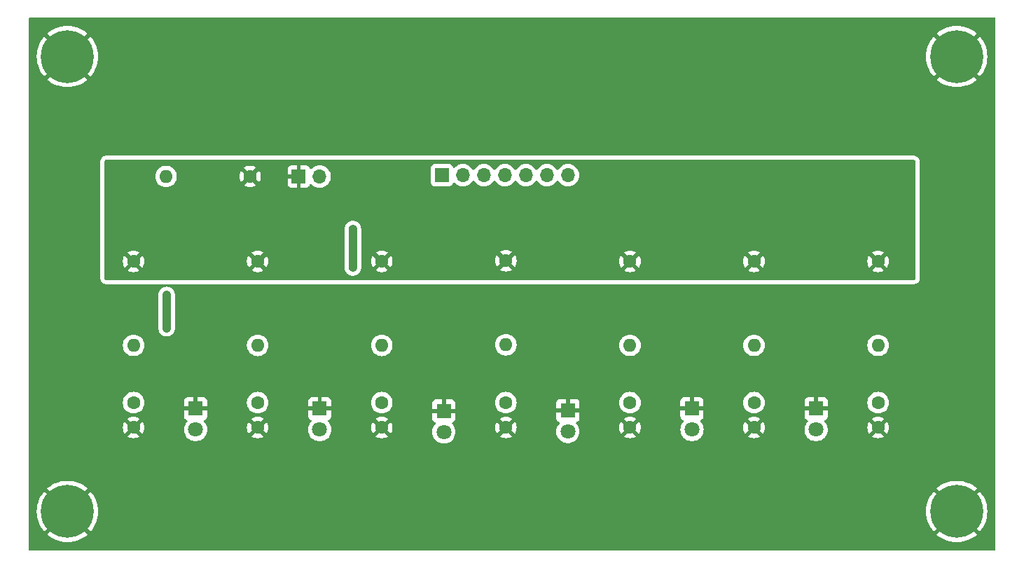
<source format=gbr>
G04 #@! TF.GenerationSoftware,KiCad,Pcbnew,8.0.6*
G04 #@! TF.CreationDate,2024-10-29T13:32:08-07:00*
G04 #@! TF.ProjectId,EE201_final_project_sensor_array,45453230-315f-4666-996e-616c5f70726f,rev?*
G04 #@! TF.SameCoordinates,Original*
G04 #@! TF.FileFunction,Copper,L2,Bot*
G04 #@! TF.FilePolarity,Positive*
%FSLAX46Y46*%
G04 Gerber Fmt 4.6, Leading zero omitted, Abs format (unit mm)*
G04 Created by KiCad (PCBNEW 8.0.6) date 2024-10-29 13:32:08*
%MOMM*%
%LPD*%
G01*
G04 APERTURE LIST*
G04 #@! TA.AperFunction,ComponentPad*
%ADD10C,6.400000*%
G04 #@! TD*
G04 #@! TA.AperFunction,ComponentPad*
%ADD11C,1.600000*%
G04 #@! TD*
G04 #@! TA.AperFunction,ComponentPad*
%ADD12R,1.800000X1.800000*%
G04 #@! TD*
G04 #@! TA.AperFunction,ComponentPad*
%ADD13C,1.800000*%
G04 #@! TD*
G04 #@! TA.AperFunction,ComponentPad*
%ADD14O,1.600000X1.600000*%
G04 #@! TD*
G04 #@! TA.AperFunction,ComponentPad*
%ADD15R,1.700000X1.700000*%
G04 #@! TD*
G04 #@! TA.AperFunction,ComponentPad*
%ADD16O,1.700000X1.700000*%
G04 #@! TD*
G04 #@! TA.AperFunction,ViaPad*
%ADD17C,1.000000*%
G04 #@! TD*
G04 #@! TA.AperFunction,Conductor*
%ADD18C,1.000000*%
G04 #@! TD*
G04 APERTURE END LIST*
D10*
G04 #@! TO.P,H4,1,1*
G04 #@! TO.N,GND*
X230000000Y-105000000D03*
G04 #@! TD*
G04 #@! TO.P,H3,1,1*
G04 #@! TO.N,GND*
X122500000Y-105000000D03*
G04 #@! TD*
G04 #@! TO.P,H1,1,1*
G04 #@! TO.N,GND*
X122500000Y-50000000D03*
G04 #@! TD*
D11*
G04 #@! TO.P,R14,1*
G04 #@! TO.N,/A14*
X220500000Y-91840000D03*
G04 #@! TO.P,R14,2*
G04 #@! TO.N,GND*
X220500000Y-94840000D03*
G04 #@! TD*
D12*
G04 #@! TO.P,D6,1,K*
G04 #@! TO.N,GND*
X213000000Y-92565000D03*
D13*
G04 #@! TO.P,D6,2,A*
G04 #@! TO.N,Net-(D1-A)*
X213000000Y-95105000D03*
G04 #@! TD*
D12*
G04 #@! TO.P,D1,1,K*
G04 #@! TO.N,GND*
X138000000Y-92565000D03*
D13*
G04 #@! TO.P,D1,2,A*
G04 #@! TO.N,Net-(D1-A)*
X138000000Y-95105000D03*
G04 #@! TD*
D11*
G04 #@! TO.P,R4,1*
G04 #@! TO.N,VCC*
X175500000Y-74680000D03*
D14*
G04 #@! TO.P,R4,2*
G04 #@! TO.N,/A11*
X175500000Y-84840000D03*
G04 #@! TD*
D15*
G04 #@! TO.P,J1,1,Pin_1*
G04 #@! TO.N,/A8*
X167760000Y-64340000D03*
D16*
G04 #@! TO.P,J1,2,Pin_2*
G04 #@! TO.N,/A9*
X170300000Y-64340000D03*
G04 #@! TO.P,J1,3,Pin_3*
G04 #@! TO.N,/A10*
X172840000Y-64340000D03*
G04 #@! TO.P,J1,4,Pin_4*
G04 #@! TO.N,/A11*
X175380000Y-64340000D03*
G04 #@! TO.P,J1,5,Pin_5*
G04 #@! TO.N,/A12*
X177920000Y-64340000D03*
G04 #@! TO.P,J1,6,Pin_6*
G04 #@! TO.N,/A13*
X180460000Y-64340000D03*
G04 #@! TO.P,J1,7,Pin_7*
G04 #@! TO.N,/A14*
X183000000Y-64340000D03*
G04 #@! TD*
D11*
G04 #@! TO.P,R15,1*
G04 #@! TO.N,VCC*
X144580000Y-64500000D03*
D14*
G04 #@! TO.P,R15,2*
G04 #@! TO.N,Net-(D1-A)*
X134420000Y-64500000D03*
G04 #@! TD*
D12*
G04 #@! TO.P,D3,1,K*
G04 #@! TO.N,GND*
X168000000Y-92840000D03*
D13*
G04 #@! TO.P,D3,2,A*
G04 #@! TO.N,Net-(D1-A)*
X168000000Y-95380000D03*
G04 #@! TD*
D11*
G04 #@! TO.P,R5,1*
G04 #@! TO.N,VCC*
X190500000Y-74760000D03*
D14*
G04 #@! TO.P,R5,2*
G04 #@! TO.N,/A12*
X190500000Y-84920000D03*
G04 #@! TD*
D12*
G04 #@! TO.P,D2,1,K*
G04 #@! TO.N,GND*
X153000000Y-92565000D03*
D13*
G04 #@! TO.P,D2,2,A*
G04 #@! TO.N,Net-(D1-A)*
X153000000Y-95105000D03*
G04 #@! TD*
D11*
G04 #@! TO.P,R13,1*
G04 #@! TO.N,/A13*
X205500000Y-91840000D03*
G04 #@! TO.P,R13,2*
G04 #@! TO.N,GND*
X205500000Y-94840000D03*
G04 #@! TD*
G04 #@! TO.P,R8,1*
G04 #@! TO.N,/A8*
X130500000Y-91840000D03*
G04 #@! TO.P,R8,2*
G04 #@! TO.N,GND*
X130500000Y-94840000D03*
G04 #@! TD*
G04 #@! TO.P,R2,1*
G04 #@! TO.N,VCC*
X145500000Y-74760000D03*
D14*
G04 #@! TO.P,R2,2*
G04 #@! TO.N,/A9*
X145500000Y-84920000D03*
G04 #@! TD*
D11*
G04 #@! TO.P,R10,1*
G04 #@! TO.N,/A10*
X160500000Y-91840000D03*
G04 #@! TO.P,R10,2*
G04 #@! TO.N,GND*
X160500000Y-94840000D03*
G04 #@! TD*
D15*
G04 #@! TO.P,J2,1,Pin_1*
G04 #@! TO.N,VCC*
X150460000Y-64500000D03*
D16*
G04 #@! TO.P,J2,2,Pin_2*
G04 #@! TO.N,GND*
X153000000Y-64500000D03*
G04 #@! TD*
D11*
G04 #@! TO.P,R7,1*
G04 #@! TO.N,VCC*
X220500000Y-74760000D03*
D14*
G04 #@! TO.P,R7,2*
G04 #@! TO.N,/A14*
X220500000Y-84920000D03*
G04 #@! TD*
D12*
G04 #@! TO.P,D5,1,K*
G04 #@! TO.N,GND*
X198000000Y-92565000D03*
D13*
G04 #@! TO.P,D5,2,A*
G04 #@! TO.N,Net-(D1-A)*
X198000000Y-95105000D03*
G04 #@! TD*
D11*
G04 #@! TO.P,R12,1*
G04 #@! TO.N,/A12*
X190500000Y-91840000D03*
G04 #@! TO.P,R12,2*
G04 #@! TO.N,GND*
X190500000Y-94840000D03*
G04 #@! TD*
G04 #@! TO.P,R1,1*
G04 #@! TO.N,VCC*
X130500000Y-74760000D03*
D14*
G04 #@! TO.P,R1,2*
G04 #@! TO.N,/A8*
X130500000Y-84920000D03*
G04 #@! TD*
D11*
G04 #@! TO.P,R6,1*
G04 #@! TO.N,VCC*
X205500000Y-74760000D03*
D14*
G04 #@! TO.P,R6,2*
G04 #@! TO.N,/A13*
X205500000Y-84920000D03*
G04 #@! TD*
D11*
G04 #@! TO.P,R3,1*
G04 #@! TO.N,VCC*
X160500000Y-74760000D03*
D14*
G04 #@! TO.P,R3,2*
G04 #@! TO.N,/A10*
X160500000Y-84920000D03*
G04 #@! TD*
D11*
G04 #@! TO.P,R11,1*
G04 #@! TO.N,/A11*
X175500000Y-91840000D03*
G04 #@! TO.P,R11,2*
G04 #@! TO.N,GND*
X175500000Y-94840000D03*
G04 #@! TD*
G04 #@! TO.P,R9,1*
G04 #@! TO.N,/A9*
X145500000Y-91840000D03*
G04 #@! TO.P,R9,2*
G04 #@! TO.N,GND*
X145500000Y-94840000D03*
G04 #@! TD*
D12*
G04 #@! TO.P,D4,1,K*
G04 #@! TO.N,GND*
X183000000Y-92800000D03*
D13*
G04 #@! TO.P,D4,2,A*
G04 #@! TO.N,Net-(D1-A)*
X183000000Y-95340000D03*
G04 #@! TD*
D10*
G04 #@! TO.P,H2,1,1*
G04 #@! TO.N,GND*
X230000000Y-50000000D03*
G04 #@! TD*
D17*
G04 #@! TO.N,GND*
X157000000Y-75500000D03*
X157000000Y-70860000D03*
G04 #@! TO.N,Net-(D1-A)*
X134500000Y-82840000D03*
X134500000Y-78840000D03*
G04 #@! TD*
D18*
G04 #@! TO.N,GND*
X157000000Y-70860000D02*
X157000000Y-75500000D01*
G04 #@! TO.N,Net-(D1-A)*
X134500000Y-78840000D02*
X134500000Y-82840000D01*
G04 #@! TD*
G04 #@! TA.AperFunction,Conductor*
G04 #@! TO.N,VCC*
G36*
X224943039Y-62519685D02*
G01*
X224988794Y-62572489D01*
X225000000Y-62624000D01*
X225000000Y-76876000D01*
X224980315Y-76943039D01*
X224927511Y-76988794D01*
X224876000Y-77000000D01*
X127124000Y-77000000D01*
X127056961Y-76980315D01*
X127011206Y-76927511D01*
X127000000Y-76876000D01*
X127000000Y-74759997D01*
X129195034Y-74759997D01*
X129195034Y-74760002D01*
X129214858Y-74986599D01*
X129214860Y-74986610D01*
X129273730Y-75206317D01*
X129273735Y-75206331D01*
X129369863Y-75412478D01*
X129420974Y-75485472D01*
X130100000Y-74806446D01*
X130100000Y-74812661D01*
X130127259Y-74914394D01*
X130179920Y-75005606D01*
X130254394Y-75080080D01*
X130345606Y-75132741D01*
X130447339Y-75160000D01*
X130453553Y-75160000D01*
X129774526Y-75839025D01*
X129847513Y-75890132D01*
X129847521Y-75890136D01*
X130053668Y-75986264D01*
X130053682Y-75986269D01*
X130273389Y-76045139D01*
X130273400Y-76045141D01*
X130499998Y-76064966D01*
X130500002Y-76064966D01*
X130726599Y-76045141D01*
X130726610Y-76045139D01*
X130946317Y-75986269D01*
X130946331Y-75986264D01*
X131152478Y-75890136D01*
X131225471Y-75839024D01*
X130546447Y-75160000D01*
X130552661Y-75160000D01*
X130654394Y-75132741D01*
X130745606Y-75080080D01*
X130820080Y-75005606D01*
X130872741Y-74914394D01*
X130900000Y-74812661D01*
X130900000Y-74806447D01*
X131579024Y-75485471D01*
X131630136Y-75412478D01*
X131726264Y-75206331D01*
X131726269Y-75206317D01*
X131785139Y-74986610D01*
X131785141Y-74986599D01*
X131804966Y-74760002D01*
X131804966Y-74759997D01*
X144195034Y-74759997D01*
X144195034Y-74760002D01*
X144214858Y-74986599D01*
X144214860Y-74986610D01*
X144273730Y-75206317D01*
X144273735Y-75206331D01*
X144369863Y-75412478D01*
X144420974Y-75485472D01*
X145100000Y-74806446D01*
X145100000Y-74812661D01*
X145127259Y-74914394D01*
X145179920Y-75005606D01*
X145254394Y-75080080D01*
X145345606Y-75132741D01*
X145447339Y-75160000D01*
X145453553Y-75160000D01*
X144774526Y-75839025D01*
X144847513Y-75890132D01*
X144847521Y-75890136D01*
X145053668Y-75986264D01*
X145053682Y-75986269D01*
X145273389Y-76045139D01*
X145273400Y-76045141D01*
X145499998Y-76064966D01*
X145500002Y-76064966D01*
X145726599Y-76045141D01*
X145726610Y-76045139D01*
X145946317Y-75986269D01*
X145946331Y-75986264D01*
X146152478Y-75890136D01*
X146225471Y-75839024D01*
X145546447Y-75160000D01*
X145552661Y-75160000D01*
X145654394Y-75132741D01*
X145745606Y-75080080D01*
X145820080Y-75005606D01*
X145872741Y-74914394D01*
X145900000Y-74812661D01*
X145900000Y-74806447D01*
X146579024Y-75485471D01*
X146630136Y-75412478D01*
X146726264Y-75206331D01*
X146726269Y-75206317D01*
X146785139Y-74986610D01*
X146785141Y-74986599D01*
X146804966Y-74760002D01*
X146804966Y-74759997D01*
X146785141Y-74533400D01*
X146785139Y-74533389D01*
X146726269Y-74313682D01*
X146726264Y-74313668D01*
X146630136Y-74107521D01*
X146630132Y-74107513D01*
X146579025Y-74034526D01*
X145900000Y-74713551D01*
X145900000Y-74707339D01*
X145872741Y-74605606D01*
X145820080Y-74514394D01*
X145745606Y-74439920D01*
X145654394Y-74387259D01*
X145552661Y-74360000D01*
X145546448Y-74360000D01*
X146225472Y-73680974D01*
X146152478Y-73629863D01*
X145946331Y-73533735D01*
X145946317Y-73533730D01*
X145726610Y-73474860D01*
X145726599Y-73474858D01*
X145500002Y-73455034D01*
X145499998Y-73455034D01*
X145273400Y-73474858D01*
X145273389Y-73474860D01*
X145053682Y-73533730D01*
X145053673Y-73533734D01*
X144847516Y-73629866D01*
X144847512Y-73629868D01*
X144774526Y-73680973D01*
X144774526Y-73680974D01*
X145453553Y-74360000D01*
X145447339Y-74360000D01*
X145345606Y-74387259D01*
X145254394Y-74439920D01*
X145179920Y-74514394D01*
X145127259Y-74605606D01*
X145100000Y-74707339D01*
X145100000Y-74713552D01*
X144420974Y-74034526D01*
X144420973Y-74034526D01*
X144369868Y-74107512D01*
X144369866Y-74107516D01*
X144273734Y-74313673D01*
X144273730Y-74313682D01*
X144214860Y-74533389D01*
X144214858Y-74533400D01*
X144195034Y-74759997D01*
X131804966Y-74759997D01*
X131785141Y-74533400D01*
X131785139Y-74533389D01*
X131726269Y-74313682D01*
X131726264Y-74313668D01*
X131630136Y-74107521D01*
X131630132Y-74107513D01*
X131579025Y-74034526D01*
X130900000Y-74713551D01*
X130900000Y-74707339D01*
X130872741Y-74605606D01*
X130820080Y-74514394D01*
X130745606Y-74439920D01*
X130654394Y-74387259D01*
X130552661Y-74360000D01*
X130546448Y-74360000D01*
X131225472Y-73680974D01*
X131152478Y-73629863D01*
X130946331Y-73533735D01*
X130946317Y-73533730D01*
X130726610Y-73474860D01*
X130726599Y-73474858D01*
X130500002Y-73455034D01*
X130499998Y-73455034D01*
X130273400Y-73474858D01*
X130273389Y-73474860D01*
X130053682Y-73533730D01*
X130053673Y-73533734D01*
X129847516Y-73629866D01*
X129847512Y-73629868D01*
X129774526Y-73680973D01*
X129774526Y-73680974D01*
X130453553Y-74360000D01*
X130447339Y-74360000D01*
X130345606Y-74387259D01*
X130254394Y-74439920D01*
X130179920Y-74514394D01*
X130127259Y-74605606D01*
X130100000Y-74707339D01*
X130100000Y-74713552D01*
X129420974Y-74034526D01*
X129420973Y-74034526D01*
X129369868Y-74107512D01*
X129369866Y-74107516D01*
X129273734Y-74313673D01*
X129273730Y-74313682D01*
X129214860Y-74533389D01*
X129214858Y-74533400D01*
X129195034Y-74759997D01*
X127000000Y-74759997D01*
X127000000Y-70859999D01*
X155994659Y-70859999D01*
X155998903Y-70903090D01*
X155999500Y-70915244D01*
X155999500Y-75444754D01*
X155998903Y-75456907D01*
X155994659Y-75499999D01*
X155998903Y-75543090D01*
X155999500Y-75555244D01*
X155999500Y-75598544D01*
X156007945Y-75641006D01*
X156009730Y-75653035D01*
X156013975Y-75696130D01*
X156013976Y-75696134D01*
X156026547Y-75737575D01*
X156029503Y-75749378D01*
X156037946Y-75791827D01*
X156037948Y-75791834D01*
X156054517Y-75831834D01*
X156058612Y-75843277D01*
X156071186Y-75884726D01*
X156071187Y-75884729D01*
X156091597Y-75922913D01*
X156096800Y-75933915D01*
X156113368Y-75973914D01*
X156113370Y-75973918D01*
X156137425Y-76009918D01*
X156143678Y-76020350D01*
X156154948Y-76041436D01*
X156164088Y-76058535D01*
X156164094Y-76058543D01*
X156191552Y-76092002D01*
X156198799Y-76101772D01*
X156222860Y-76137781D01*
X156222862Y-76137783D01*
X156222865Y-76137787D01*
X156253479Y-76168401D01*
X156261651Y-76177416D01*
X156289117Y-76210883D01*
X156322579Y-76238345D01*
X156322581Y-76238346D01*
X156331599Y-76246520D01*
X156362214Y-76277136D01*
X156362217Y-76277138D01*
X156362218Y-76277139D01*
X156398217Y-76301193D01*
X156398219Y-76301194D01*
X156407988Y-76308438D01*
X156441462Y-76335910D01*
X156479640Y-76356316D01*
X156490078Y-76362572D01*
X156497899Y-76367797D01*
X156526086Y-76386632D01*
X156566095Y-76403203D01*
X156577091Y-76408404D01*
X156615273Y-76428814D01*
X156656710Y-76441383D01*
X156668160Y-76445480D01*
X156708165Y-76462051D01*
X156750640Y-76470499D01*
X156762414Y-76473448D01*
X156803868Y-76486024D01*
X156846964Y-76490268D01*
X156858990Y-76492052D01*
X156889480Y-76498117D01*
X156901458Y-76500500D01*
X156901459Y-76500500D01*
X156944756Y-76500500D01*
X156956909Y-76501096D01*
X157000000Y-76505341D01*
X157043090Y-76501096D01*
X157055244Y-76500500D01*
X157098542Y-76500500D01*
X157114454Y-76497334D01*
X157141005Y-76492053D01*
X157153037Y-76490268D01*
X157196132Y-76486024D01*
X157237580Y-76473450D01*
X157249353Y-76470500D01*
X157291835Y-76462051D01*
X157331847Y-76445476D01*
X157343280Y-76441386D01*
X157384727Y-76428814D01*
X157422918Y-76408399D01*
X157433910Y-76403201D01*
X157473914Y-76386632D01*
X157509938Y-76362560D01*
X157520351Y-76356320D01*
X157546591Y-76342295D01*
X157558535Y-76335912D01*
X157558539Y-76335909D01*
X157592005Y-76308444D01*
X157601782Y-76301193D01*
X157637781Y-76277140D01*
X157637783Y-76277138D01*
X157637785Y-76277136D01*
X157668408Y-76246512D01*
X157677402Y-76238359D01*
X157710883Y-76210883D01*
X157738359Y-76177402D01*
X157746512Y-76168408D01*
X157777139Y-76137782D01*
X157801200Y-76101772D01*
X157808444Y-76092005D01*
X157821884Y-76075627D01*
X157835910Y-76058538D01*
X157856320Y-76020351D01*
X157862560Y-76009938D01*
X157886632Y-75973914D01*
X157903202Y-75933906D01*
X157908402Y-75922913D01*
X157928814Y-75884727D01*
X157941386Y-75843280D01*
X157945476Y-75831847D01*
X157962051Y-75791835D01*
X157970500Y-75749353D01*
X157973450Y-75737580D01*
X157986024Y-75696132D01*
X157990268Y-75653037D01*
X157992054Y-75640999D01*
X158000500Y-75598541D01*
X158000500Y-75555244D01*
X158001097Y-75543090D01*
X158005341Y-75500000D01*
X158001097Y-75456907D01*
X158000500Y-75444754D01*
X158000500Y-74759997D01*
X159195034Y-74759997D01*
X159195034Y-74760002D01*
X159214858Y-74986599D01*
X159214860Y-74986610D01*
X159273730Y-75206317D01*
X159273735Y-75206331D01*
X159369863Y-75412478D01*
X159420974Y-75485472D01*
X160100000Y-74806446D01*
X160100000Y-74812661D01*
X160127259Y-74914394D01*
X160179920Y-75005606D01*
X160254394Y-75080080D01*
X160345606Y-75132741D01*
X160447339Y-75160000D01*
X160453553Y-75160000D01*
X159774526Y-75839025D01*
X159847513Y-75890132D01*
X159847521Y-75890136D01*
X160053668Y-75986264D01*
X160053682Y-75986269D01*
X160273389Y-76045139D01*
X160273400Y-76045141D01*
X160499998Y-76064966D01*
X160500002Y-76064966D01*
X160726599Y-76045141D01*
X160726610Y-76045139D01*
X160946317Y-75986269D01*
X160946331Y-75986264D01*
X161152478Y-75890136D01*
X161225471Y-75839024D01*
X160546447Y-75160000D01*
X160552661Y-75160000D01*
X160654394Y-75132741D01*
X160745606Y-75080080D01*
X160820080Y-75005606D01*
X160872741Y-74914394D01*
X160900000Y-74812661D01*
X160900000Y-74806447D01*
X161579024Y-75485471D01*
X161630136Y-75412478D01*
X161726264Y-75206331D01*
X161726269Y-75206317D01*
X161785139Y-74986610D01*
X161785141Y-74986599D01*
X161804966Y-74760002D01*
X161804966Y-74759997D01*
X161797967Y-74679997D01*
X174195034Y-74679997D01*
X174195034Y-74680002D01*
X174214858Y-74906599D01*
X174214860Y-74906610D01*
X174273730Y-75126317D01*
X174273735Y-75126331D01*
X174369863Y-75332478D01*
X174420974Y-75405472D01*
X175100000Y-74726446D01*
X175100000Y-74732661D01*
X175127259Y-74834394D01*
X175179920Y-74925606D01*
X175254394Y-75000080D01*
X175345606Y-75052741D01*
X175447339Y-75080000D01*
X175453553Y-75080000D01*
X174774526Y-75759025D01*
X174847513Y-75810132D01*
X174847521Y-75810136D01*
X175053668Y-75906264D01*
X175053682Y-75906269D01*
X175273389Y-75965139D01*
X175273400Y-75965141D01*
X175499998Y-75984966D01*
X175500002Y-75984966D01*
X175726599Y-75965141D01*
X175726610Y-75965139D01*
X175946317Y-75906269D01*
X175946331Y-75906264D01*
X176152478Y-75810136D01*
X176225471Y-75759024D01*
X175546447Y-75080000D01*
X175552661Y-75080000D01*
X175654394Y-75052741D01*
X175745606Y-75000080D01*
X175820080Y-74925606D01*
X175872741Y-74834394D01*
X175900000Y-74732661D01*
X175900000Y-74726447D01*
X176579024Y-75405471D01*
X176630136Y-75332478D01*
X176726264Y-75126331D01*
X176726269Y-75126317D01*
X176785139Y-74906610D01*
X176785141Y-74906599D01*
X176797967Y-74759997D01*
X189195034Y-74759997D01*
X189195034Y-74760002D01*
X189214858Y-74986599D01*
X189214860Y-74986610D01*
X189273730Y-75206317D01*
X189273735Y-75206331D01*
X189369863Y-75412478D01*
X189420974Y-75485472D01*
X190100000Y-74806446D01*
X190100000Y-74812661D01*
X190127259Y-74914394D01*
X190179920Y-75005606D01*
X190254394Y-75080080D01*
X190345606Y-75132741D01*
X190447339Y-75160000D01*
X190453553Y-75160000D01*
X189774526Y-75839025D01*
X189847513Y-75890132D01*
X189847521Y-75890136D01*
X190053668Y-75986264D01*
X190053682Y-75986269D01*
X190273389Y-76045139D01*
X190273400Y-76045141D01*
X190499998Y-76064966D01*
X190500002Y-76064966D01*
X190726599Y-76045141D01*
X190726610Y-76045139D01*
X190946317Y-75986269D01*
X190946331Y-75986264D01*
X191152478Y-75890136D01*
X191225471Y-75839024D01*
X190546447Y-75160000D01*
X190552661Y-75160000D01*
X190654394Y-75132741D01*
X190745606Y-75080080D01*
X190820080Y-75005606D01*
X190872741Y-74914394D01*
X190900000Y-74812661D01*
X190900000Y-74806447D01*
X191579024Y-75485471D01*
X191630136Y-75412478D01*
X191726264Y-75206331D01*
X191726269Y-75206317D01*
X191785139Y-74986610D01*
X191785141Y-74986599D01*
X191804966Y-74760002D01*
X191804966Y-74759997D01*
X204195034Y-74759997D01*
X204195034Y-74760002D01*
X204214858Y-74986599D01*
X204214860Y-74986610D01*
X204273730Y-75206317D01*
X204273735Y-75206331D01*
X204369863Y-75412478D01*
X204420974Y-75485472D01*
X205100000Y-74806446D01*
X205100000Y-74812661D01*
X205127259Y-74914394D01*
X205179920Y-75005606D01*
X205254394Y-75080080D01*
X205345606Y-75132741D01*
X205447339Y-75160000D01*
X205453553Y-75160000D01*
X204774526Y-75839025D01*
X204847513Y-75890132D01*
X204847521Y-75890136D01*
X205053668Y-75986264D01*
X205053682Y-75986269D01*
X205273389Y-76045139D01*
X205273400Y-76045141D01*
X205499998Y-76064966D01*
X205500002Y-76064966D01*
X205726599Y-76045141D01*
X205726610Y-76045139D01*
X205946317Y-75986269D01*
X205946331Y-75986264D01*
X206152478Y-75890136D01*
X206225471Y-75839024D01*
X205546447Y-75160000D01*
X205552661Y-75160000D01*
X205654394Y-75132741D01*
X205745606Y-75080080D01*
X205820080Y-75005606D01*
X205872741Y-74914394D01*
X205900000Y-74812661D01*
X205900000Y-74806447D01*
X206579024Y-75485471D01*
X206630136Y-75412478D01*
X206726264Y-75206331D01*
X206726269Y-75206317D01*
X206785139Y-74986610D01*
X206785141Y-74986599D01*
X206804966Y-74760002D01*
X206804966Y-74759997D01*
X219195034Y-74759997D01*
X219195034Y-74760002D01*
X219214858Y-74986599D01*
X219214860Y-74986610D01*
X219273730Y-75206317D01*
X219273735Y-75206331D01*
X219369863Y-75412478D01*
X219420974Y-75485472D01*
X220100000Y-74806446D01*
X220100000Y-74812661D01*
X220127259Y-74914394D01*
X220179920Y-75005606D01*
X220254394Y-75080080D01*
X220345606Y-75132741D01*
X220447339Y-75160000D01*
X220453553Y-75160000D01*
X219774526Y-75839025D01*
X219847513Y-75890132D01*
X219847521Y-75890136D01*
X220053668Y-75986264D01*
X220053682Y-75986269D01*
X220273389Y-76045139D01*
X220273400Y-76045141D01*
X220499998Y-76064966D01*
X220500002Y-76064966D01*
X220726599Y-76045141D01*
X220726610Y-76045139D01*
X220946317Y-75986269D01*
X220946331Y-75986264D01*
X221152478Y-75890136D01*
X221225471Y-75839024D01*
X220546447Y-75160000D01*
X220552661Y-75160000D01*
X220654394Y-75132741D01*
X220745606Y-75080080D01*
X220820080Y-75005606D01*
X220872741Y-74914394D01*
X220900000Y-74812661D01*
X220900000Y-74806447D01*
X221579024Y-75485471D01*
X221630136Y-75412478D01*
X221726264Y-75206331D01*
X221726269Y-75206317D01*
X221785139Y-74986610D01*
X221785141Y-74986599D01*
X221804966Y-74760002D01*
X221804966Y-74759997D01*
X221785141Y-74533400D01*
X221785139Y-74533389D01*
X221726269Y-74313682D01*
X221726264Y-74313668D01*
X221630136Y-74107521D01*
X221630132Y-74107513D01*
X221579025Y-74034526D01*
X220900000Y-74713551D01*
X220900000Y-74707339D01*
X220872741Y-74605606D01*
X220820080Y-74514394D01*
X220745606Y-74439920D01*
X220654394Y-74387259D01*
X220552661Y-74360000D01*
X220546448Y-74360000D01*
X221225472Y-73680974D01*
X221152478Y-73629863D01*
X220946331Y-73533735D01*
X220946317Y-73533730D01*
X220726610Y-73474860D01*
X220726599Y-73474858D01*
X220500002Y-73455034D01*
X220499998Y-73455034D01*
X220273400Y-73474858D01*
X220273389Y-73474860D01*
X220053682Y-73533730D01*
X220053673Y-73533734D01*
X219847516Y-73629866D01*
X219847512Y-73629868D01*
X219774526Y-73680973D01*
X219774526Y-73680974D01*
X220453553Y-74360000D01*
X220447339Y-74360000D01*
X220345606Y-74387259D01*
X220254394Y-74439920D01*
X220179920Y-74514394D01*
X220127259Y-74605606D01*
X220100000Y-74707339D01*
X220100000Y-74713552D01*
X219420973Y-74034526D01*
X219369868Y-74107512D01*
X219369866Y-74107516D01*
X219273734Y-74313673D01*
X219273730Y-74313682D01*
X219214860Y-74533389D01*
X219214858Y-74533400D01*
X219195034Y-74759997D01*
X206804966Y-74759997D01*
X206785141Y-74533400D01*
X206785139Y-74533389D01*
X206726269Y-74313682D01*
X206726264Y-74313668D01*
X206630136Y-74107521D01*
X206630132Y-74107513D01*
X206579025Y-74034526D01*
X205900000Y-74713551D01*
X205900000Y-74707339D01*
X205872741Y-74605606D01*
X205820080Y-74514394D01*
X205745606Y-74439920D01*
X205654394Y-74387259D01*
X205552661Y-74360000D01*
X205546448Y-74360000D01*
X206225472Y-73680974D01*
X206152478Y-73629863D01*
X205946331Y-73533735D01*
X205946317Y-73533730D01*
X205726610Y-73474860D01*
X205726599Y-73474858D01*
X205500002Y-73455034D01*
X205499998Y-73455034D01*
X205273400Y-73474858D01*
X205273389Y-73474860D01*
X205053682Y-73533730D01*
X205053673Y-73533734D01*
X204847516Y-73629866D01*
X204847512Y-73629868D01*
X204774526Y-73680973D01*
X204774526Y-73680974D01*
X205453553Y-74360000D01*
X205447339Y-74360000D01*
X205345606Y-74387259D01*
X205254394Y-74439920D01*
X205179920Y-74514394D01*
X205127259Y-74605606D01*
X205100000Y-74707339D01*
X205100000Y-74713552D01*
X204420974Y-74034526D01*
X204420973Y-74034526D01*
X204369868Y-74107512D01*
X204369866Y-74107516D01*
X204273734Y-74313673D01*
X204273730Y-74313682D01*
X204214860Y-74533389D01*
X204214858Y-74533400D01*
X204195034Y-74759997D01*
X191804966Y-74759997D01*
X191785141Y-74533400D01*
X191785139Y-74533389D01*
X191726269Y-74313682D01*
X191726264Y-74313668D01*
X191630136Y-74107521D01*
X191630132Y-74107513D01*
X191579025Y-74034526D01*
X190900000Y-74713551D01*
X190900000Y-74707339D01*
X190872741Y-74605606D01*
X190820080Y-74514394D01*
X190745606Y-74439920D01*
X190654394Y-74387259D01*
X190552661Y-74360000D01*
X190546448Y-74360000D01*
X191225472Y-73680974D01*
X191152478Y-73629863D01*
X190946331Y-73533735D01*
X190946317Y-73533730D01*
X190726610Y-73474860D01*
X190726599Y-73474858D01*
X190500002Y-73455034D01*
X190499998Y-73455034D01*
X190273400Y-73474858D01*
X190273389Y-73474860D01*
X190053682Y-73533730D01*
X190053673Y-73533734D01*
X189847516Y-73629866D01*
X189847512Y-73629868D01*
X189774526Y-73680973D01*
X189774526Y-73680974D01*
X190453553Y-74360000D01*
X190447339Y-74360000D01*
X190345606Y-74387259D01*
X190254394Y-74439920D01*
X190179920Y-74514394D01*
X190127259Y-74605606D01*
X190100000Y-74707339D01*
X190100000Y-74713552D01*
X189420974Y-74034526D01*
X189420973Y-74034526D01*
X189369868Y-74107512D01*
X189369866Y-74107516D01*
X189273734Y-74313673D01*
X189273730Y-74313682D01*
X189214860Y-74533389D01*
X189214858Y-74533400D01*
X189195034Y-74759997D01*
X176797967Y-74759997D01*
X176804966Y-74680002D01*
X176804966Y-74679997D01*
X176785141Y-74453400D01*
X176785139Y-74453389D01*
X176726269Y-74233682D01*
X176726264Y-74233668D01*
X176630136Y-74027521D01*
X176630132Y-74027513D01*
X176579025Y-73954526D01*
X175900000Y-74633551D01*
X175900000Y-74627339D01*
X175872741Y-74525606D01*
X175820080Y-74434394D01*
X175745606Y-74359920D01*
X175654394Y-74307259D01*
X175552661Y-74280000D01*
X175546448Y-74280000D01*
X176225472Y-73600974D01*
X176152478Y-73549863D01*
X175946331Y-73453735D01*
X175946317Y-73453730D01*
X175726610Y-73394860D01*
X175726599Y-73394858D01*
X175500002Y-73375034D01*
X175499998Y-73375034D01*
X175273400Y-73394858D01*
X175273389Y-73394860D01*
X175053682Y-73453730D01*
X175053673Y-73453734D01*
X174847516Y-73549866D01*
X174847512Y-73549868D01*
X174774526Y-73600973D01*
X174774526Y-73600974D01*
X175453553Y-74280000D01*
X175447339Y-74280000D01*
X175345606Y-74307259D01*
X175254394Y-74359920D01*
X175179920Y-74434394D01*
X175127259Y-74525606D01*
X175100000Y-74627339D01*
X175100000Y-74633552D01*
X174420974Y-73954526D01*
X174420973Y-73954526D01*
X174369868Y-74027512D01*
X174369866Y-74027516D01*
X174273734Y-74233673D01*
X174273730Y-74233682D01*
X174214860Y-74453389D01*
X174214858Y-74453400D01*
X174195034Y-74679997D01*
X161797967Y-74679997D01*
X161785141Y-74533400D01*
X161785139Y-74533389D01*
X161726269Y-74313682D01*
X161726264Y-74313668D01*
X161630136Y-74107521D01*
X161630132Y-74107513D01*
X161579025Y-74034526D01*
X160900000Y-74713551D01*
X160900000Y-74707339D01*
X160872741Y-74605606D01*
X160820080Y-74514394D01*
X160745606Y-74439920D01*
X160654394Y-74387259D01*
X160552661Y-74360000D01*
X160546448Y-74360000D01*
X161225472Y-73680974D01*
X161152478Y-73629863D01*
X160946331Y-73533735D01*
X160946317Y-73533730D01*
X160726610Y-73474860D01*
X160726599Y-73474858D01*
X160500002Y-73455034D01*
X160499998Y-73455034D01*
X160273400Y-73474858D01*
X160273389Y-73474860D01*
X160053682Y-73533730D01*
X160053673Y-73533734D01*
X159847516Y-73629866D01*
X159847512Y-73629868D01*
X159774526Y-73680973D01*
X159774526Y-73680974D01*
X160453553Y-74360000D01*
X160447339Y-74360000D01*
X160345606Y-74387259D01*
X160254394Y-74439920D01*
X160179920Y-74514394D01*
X160127259Y-74605606D01*
X160100000Y-74707339D01*
X160100000Y-74713552D01*
X159420974Y-74034526D01*
X159420973Y-74034526D01*
X159369868Y-74107512D01*
X159369866Y-74107516D01*
X159273734Y-74313673D01*
X159273730Y-74313682D01*
X159214860Y-74533389D01*
X159214858Y-74533400D01*
X159195034Y-74759997D01*
X158000500Y-74759997D01*
X158000500Y-70915244D01*
X158001097Y-70903090D01*
X158005341Y-70860000D01*
X158001097Y-70816907D01*
X158000500Y-70804754D01*
X158000500Y-70761458D01*
X157998117Y-70749480D01*
X157992052Y-70718990D01*
X157990268Y-70706961D01*
X157986024Y-70663869D01*
X157986024Y-70663868D01*
X157973448Y-70622414D01*
X157970499Y-70610640D01*
X157962051Y-70568165D01*
X157945480Y-70528159D01*
X157941383Y-70516710D01*
X157928814Y-70475273D01*
X157908404Y-70437091D01*
X157903203Y-70426095D01*
X157886632Y-70386086D01*
X157862572Y-70350078D01*
X157856316Y-70339640D01*
X157835911Y-70301464D01*
X157835910Y-70301462D01*
X157808438Y-70267988D01*
X157801194Y-70258219D01*
X157777140Y-70222219D01*
X157777136Y-70222214D01*
X157746520Y-70191599D01*
X157738346Y-70182581D01*
X157710884Y-70149118D01*
X157677416Y-70121651D01*
X157668401Y-70113479D01*
X157637787Y-70082865D01*
X157637783Y-70082862D01*
X157637780Y-70082860D01*
X157621139Y-70071740D01*
X157601772Y-70058799D01*
X157592002Y-70051552D01*
X157558543Y-70024094D01*
X157558535Y-70024088D01*
X157541436Y-70014948D01*
X157520350Y-70003678D01*
X157509918Y-69997425D01*
X157473918Y-69973370D01*
X157473914Y-69973368D01*
X157433915Y-69956800D01*
X157422913Y-69951597D01*
X157384729Y-69931187D01*
X157384728Y-69931186D01*
X157384727Y-69931186D01*
X157343277Y-69918612D01*
X157331834Y-69914517D01*
X157291834Y-69897948D01*
X157291827Y-69897946D01*
X157249378Y-69889503D01*
X157237575Y-69886547D01*
X157196134Y-69873976D01*
X157196130Y-69873975D01*
X157153035Y-69869730D01*
X157141006Y-69867945D01*
X157098544Y-69859500D01*
X157098541Y-69859500D01*
X157055244Y-69859500D01*
X157043090Y-69858903D01*
X157000000Y-69854659D01*
X156956910Y-69858903D01*
X156944756Y-69859500D01*
X156901453Y-69859500D01*
X156858991Y-69867945D01*
X156846963Y-69869730D01*
X156803867Y-69873976D01*
X156762427Y-69886546D01*
X156750626Y-69889502D01*
X156708166Y-69897948D01*
X156708161Y-69897949D01*
X156668159Y-69914518D01*
X156656707Y-69918616D01*
X156615272Y-69931186D01*
X156577091Y-69951594D01*
X156566093Y-69956795D01*
X156526091Y-69973364D01*
X156490080Y-69997426D01*
X156479645Y-70003680D01*
X156441465Y-70024087D01*
X156441460Y-70024091D01*
X156407990Y-70051557D01*
X156398225Y-70058799D01*
X156362225Y-70082855D01*
X156362219Y-70082860D01*
X156331595Y-70113483D01*
X156322584Y-70121650D01*
X156289117Y-70149117D01*
X156261650Y-70182584D01*
X156253483Y-70191595D01*
X156222860Y-70222219D01*
X156222855Y-70222225D01*
X156198799Y-70258225D01*
X156191557Y-70267990D01*
X156164091Y-70301460D01*
X156164087Y-70301465D01*
X156143680Y-70339645D01*
X156137426Y-70350080D01*
X156113364Y-70386091D01*
X156096795Y-70426093D01*
X156091594Y-70437091D01*
X156071186Y-70475272D01*
X156058616Y-70516707D01*
X156054518Y-70528159D01*
X156037949Y-70568161D01*
X156037948Y-70568166D01*
X156029502Y-70610626D01*
X156026546Y-70622427D01*
X156013976Y-70663867D01*
X156009730Y-70706963D01*
X156007945Y-70718991D01*
X155999500Y-70761453D01*
X155999500Y-70804754D01*
X155998903Y-70816907D01*
X155994659Y-70859999D01*
X127000000Y-70859999D01*
X127000000Y-64499998D01*
X133114532Y-64499998D01*
X133114532Y-64500001D01*
X133134364Y-64726686D01*
X133134366Y-64726697D01*
X133193258Y-64946488D01*
X133193261Y-64946497D01*
X133289431Y-65152732D01*
X133289432Y-65152734D01*
X133419954Y-65339141D01*
X133580858Y-65500045D01*
X133580861Y-65500047D01*
X133767266Y-65630568D01*
X133973504Y-65726739D01*
X134193308Y-65785635D01*
X134355230Y-65799801D01*
X134419998Y-65805468D01*
X134420000Y-65805468D01*
X134420002Y-65805468D01*
X134476673Y-65800509D01*
X134646692Y-65785635D01*
X134866496Y-65726739D01*
X135072734Y-65630568D01*
X135259139Y-65500047D01*
X135420047Y-65339139D01*
X135550568Y-65152734D01*
X135646739Y-64946496D01*
X135705635Y-64726692D01*
X135725468Y-64500000D01*
X135725468Y-64499997D01*
X143275034Y-64499997D01*
X143275034Y-64500002D01*
X143294858Y-64726599D01*
X143294860Y-64726610D01*
X143353730Y-64946317D01*
X143353735Y-64946331D01*
X143449863Y-65152478D01*
X143500974Y-65225472D01*
X144180000Y-64546446D01*
X144180000Y-64552661D01*
X144207259Y-64654394D01*
X144259920Y-64745606D01*
X144334394Y-64820080D01*
X144425606Y-64872741D01*
X144527339Y-64900000D01*
X144533553Y-64900000D01*
X143854526Y-65579025D01*
X143927513Y-65630132D01*
X143927521Y-65630136D01*
X144133668Y-65726264D01*
X144133682Y-65726269D01*
X144353389Y-65785139D01*
X144353400Y-65785141D01*
X144579998Y-65804966D01*
X144580002Y-65804966D01*
X144806599Y-65785141D01*
X144806610Y-65785139D01*
X145026317Y-65726269D01*
X145026331Y-65726264D01*
X145232478Y-65630136D01*
X145305471Y-65579024D01*
X144626447Y-64900000D01*
X144632661Y-64900000D01*
X144734394Y-64872741D01*
X144825606Y-64820080D01*
X144900080Y-64745606D01*
X144952741Y-64654394D01*
X144980000Y-64552661D01*
X144980000Y-64546447D01*
X145659024Y-65225471D01*
X145710136Y-65152478D01*
X145806264Y-64946331D01*
X145806269Y-64946317D01*
X145865139Y-64726610D01*
X145865141Y-64726599D01*
X145884966Y-64500002D01*
X145884966Y-64499997D01*
X145865141Y-64273400D01*
X145865139Y-64273389D01*
X145806269Y-64053682D01*
X145806264Y-64053668D01*
X145710136Y-63847521D01*
X145710132Y-63847513D01*
X145659025Y-63774526D01*
X144980000Y-64453551D01*
X144980000Y-64447339D01*
X144952741Y-64345606D01*
X144900080Y-64254394D01*
X144825606Y-64179920D01*
X144734394Y-64127259D01*
X144632661Y-64100000D01*
X144626448Y-64100000D01*
X145124292Y-63602155D01*
X149110000Y-63602155D01*
X149110000Y-64250000D01*
X150026988Y-64250000D01*
X149994075Y-64307007D01*
X149960000Y-64434174D01*
X149960000Y-64565826D01*
X149994075Y-64692993D01*
X150026988Y-64750000D01*
X149110000Y-64750000D01*
X149110000Y-65397844D01*
X149116401Y-65457372D01*
X149116403Y-65457379D01*
X149166645Y-65592086D01*
X149166649Y-65592093D01*
X149252809Y-65707187D01*
X149252812Y-65707190D01*
X149367906Y-65793350D01*
X149367913Y-65793354D01*
X149502620Y-65843596D01*
X149502627Y-65843598D01*
X149562155Y-65849999D01*
X149562172Y-65850000D01*
X150210000Y-65850000D01*
X150210000Y-64933012D01*
X150267007Y-64965925D01*
X150394174Y-65000000D01*
X150525826Y-65000000D01*
X150652993Y-64965925D01*
X150710000Y-64933012D01*
X150710000Y-65850000D01*
X151357828Y-65850000D01*
X151357844Y-65849999D01*
X151417372Y-65843598D01*
X151417379Y-65843596D01*
X151552086Y-65793354D01*
X151552093Y-65793350D01*
X151667187Y-65707190D01*
X151667190Y-65707187D01*
X151753350Y-65592093D01*
X151753354Y-65592086D01*
X151802422Y-65460529D01*
X151844293Y-65404595D01*
X151909757Y-65380178D01*
X151978030Y-65395030D01*
X152006285Y-65416181D01*
X152128599Y-65538495D01*
X152186482Y-65579025D01*
X152322165Y-65674032D01*
X152322167Y-65674033D01*
X152322170Y-65674035D01*
X152536337Y-65773903D01*
X152764592Y-65835063D01*
X152935319Y-65850000D01*
X152999999Y-65855659D01*
X153000000Y-65855659D01*
X153000001Y-65855659D01*
X153064681Y-65850000D01*
X153235408Y-65835063D01*
X153463663Y-65773903D01*
X153677830Y-65674035D01*
X153871401Y-65538495D01*
X154038495Y-65371401D01*
X154174035Y-65177830D01*
X154273903Y-64963663D01*
X154335063Y-64735408D01*
X154355659Y-64500000D01*
X154335063Y-64264592D01*
X154273903Y-64036337D01*
X154174035Y-63822171D01*
X154091976Y-63704977D01*
X154038494Y-63628597D01*
X153871402Y-63461506D01*
X153871395Y-63461501D01*
X153843738Y-63442135D01*
X166409500Y-63442135D01*
X166409500Y-65237870D01*
X166409501Y-65237876D01*
X166415908Y-65297483D01*
X166466202Y-65432328D01*
X166466206Y-65432335D01*
X166552452Y-65547544D01*
X166552455Y-65547547D01*
X166667664Y-65633793D01*
X166667671Y-65633797D01*
X166802517Y-65684091D01*
X166802516Y-65684091D01*
X166809444Y-65684835D01*
X166862127Y-65690500D01*
X168657872Y-65690499D01*
X168717483Y-65684091D01*
X168852331Y-65633796D01*
X168967546Y-65547546D01*
X169053796Y-65432331D01*
X169102810Y-65300916D01*
X169144681Y-65244984D01*
X169210145Y-65220566D01*
X169278418Y-65235417D01*
X169306673Y-65256569D01*
X169428599Y-65378495D01*
X169525384Y-65446265D01*
X169622165Y-65514032D01*
X169622167Y-65514033D01*
X169622170Y-65514035D01*
X169836337Y-65613903D01*
X170064592Y-65675063D01*
X170241034Y-65690500D01*
X170299999Y-65695659D01*
X170300000Y-65695659D01*
X170300001Y-65695659D01*
X170358966Y-65690500D01*
X170535408Y-65675063D01*
X170763663Y-65613903D01*
X170977830Y-65514035D01*
X171171401Y-65378495D01*
X171338495Y-65211401D01*
X171468425Y-65025842D01*
X171523002Y-64982217D01*
X171592500Y-64975023D01*
X171654855Y-65006546D01*
X171671575Y-65025842D01*
X171801500Y-65211395D01*
X171801505Y-65211401D01*
X171968599Y-65378495D01*
X172065384Y-65446265D01*
X172162165Y-65514032D01*
X172162167Y-65514033D01*
X172162170Y-65514035D01*
X172376337Y-65613903D01*
X172604592Y-65675063D01*
X172781034Y-65690500D01*
X172839999Y-65695659D01*
X172840000Y-65695659D01*
X172840001Y-65695659D01*
X172898966Y-65690500D01*
X173075408Y-65675063D01*
X173303663Y-65613903D01*
X173517830Y-65514035D01*
X173711401Y-65378495D01*
X173878495Y-65211401D01*
X174008425Y-65025842D01*
X174063002Y-64982217D01*
X174132500Y-64975023D01*
X174194855Y-65006546D01*
X174211575Y-65025842D01*
X174341500Y-65211395D01*
X174341505Y-65211401D01*
X174508599Y-65378495D01*
X174605384Y-65446265D01*
X174702165Y-65514032D01*
X174702167Y-65514033D01*
X174702170Y-65514035D01*
X174916337Y-65613903D01*
X175144592Y-65675063D01*
X175321034Y-65690500D01*
X175379999Y-65695659D01*
X175380000Y-65695659D01*
X175380001Y-65695659D01*
X175438966Y-65690500D01*
X175615408Y-65675063D01*
X175843663Y-65613903D01*
X176057830Y-65514035D01*
X176251401Y-65378495D01*
X176418495Y-65211401D01*
X176548425Y-65025842D01*
X176603002Y-64982217D01*
X176672500Y-64975023D01*
X176734855Y-65006546D01*
X176751575Y-65025842D01*
X176881500Y-65211395D01*
X176881505Y-65211401D01*
X177048599Y-65378495D01*
X177145384Y-65446265D01*
X177242165Y-65514032D01*
X177242167Y-65514033D01*
X177242170Y-65514035D01*
X177456337Y-65613903D01*
X177684592Y-65675063D01*
X177861034Y-65690500D01*
X177919999Y-65695659D01*
X177920000Y-65695659D01*
X177920001Y-65695659D01*
X177978966Y-65690500D01*
X178155408Y-65675063D01*
X178383663Y-65613903D01*
X178597830Y-65514035D01*
X178791401Y-65378495D01*
X178958495Y-65211401D01*
X179088425Y-65025842D01*
X179143002Y-64982217D01*
X179212500Y-64975023D01*
X179274855Y-65006546D01*
X179291575Y-65025842D01*
X179421500Y-65211395D01*
X179421505Y-65211401D01*
X179588599Y-65378495D01*
X179685384Y-65446265D01*
X179782165Y-65514032D01*
X179782167Y-65514033D01*
X179782170Y-65514035D01*
X179996337Y-65613903D01*
X180224592Y-65675063D01*
X180401034Y-65690500D01*
X180459999Y-65695659D01*
X180460000Y-65695659D01*
X180460001Y-65695659D01*
X180518966Y-65690500D01*
X180695408Y-65675063D01*
X180923663Y-65613903D01*
X181137830Y-65514035D01*
X181331401Y-65378495D01*
X181498495Y-65211401D01*
X181628425Y-65025842D01*
X181683002Y-64982217D01*
X181752500Y-64975023D01*
X181814855Y-65006546D01*
X181831575Y-65025842D01*
X181961500Y-65211395D01*
X181961505Y-65211401D01*
X182128599Y-65378495D01*
X182225384Y-65446265D01*
X182322165Y-65514032D01*
X182322167Y-65514033D01*
X182322170Y-65514035D01*
X182536337Y-65613903D01*
X182764592Y-65675063D01*
X182941034Y-65690500D01*
X182999999Y-65695659D01*
X183000000Y-65695659D01*
X183000001Y-65695659D01*
X183058966Y-65690500D01*
X183235408Y-65675063D01*
X183463663Y-65613903D01*
X183677830Y-65514035D01*
X183871401Y-65378495D01*
X184038495Y-65211401D01*
X184174035Y-65017830D01*
X184273903Y-64803663D01*
X184335063Y-64575408D01*
X184355659Y-64340000D01*
X184335063Y-64104592D01*
X184273903Y-63876337D01*
X184174035Y-63662171D01*
X184168425Y-63654158D01*
X184038494Y-63468597D01*
X183871402Y-63301506D01*
X183871395Y-63301501D01*
X183677834Y-63165967D01*
X183677830Y-63165965D01*
X183631457Y-63144341D01*
X183463663Y-63066097D01*
X183463659Y-63066096D01*
X183463655Y-63066094D01*
X183235413Y-63004938D01*
X183235403Y-63004936D01*
X183000001Y-62984341D01*
X182999999Y-62984341D01*
X182764596Y-63004936D01*
X182764586Y-63004938D01*
X182536344Y-63066094D01*
X182536335Y-63066098D01*
X182322171Y-63165964D01*
X182322169Y-63165965D01*
X182128597Y-63301505D01*
X181961505Y-63468597D01*
X181831575Y-63654158D01*
X181776998Y-63697783D01*
X181707500Y-63704977D01*
X181645145Y-63673454D01*
X181628425Y-63654158D01*
X181498494Y-63468597D01*
X181331402Y-63301506D01*
X181331395Y-63301501D01*
X181137834Y-63165967D01*
X181137830Y-63165965D01*
X181091457Y-63144341D01*
X180923663Y-63066097D01*
X180923659Y-63066096D01*
X180923655Y-63066094D01*
X180695413Y-63004938D01*
X180695403Y-63004936D01*
X180460001Y-62984341D01*
X180459999Y-62984341D01*
X180224596Y-63004936D01*
X180224586Y-63004938D01*
X179996344Y-63066094D01*
X179996335Y-63066098D01*
X179782171Y-63165964D01*
X179782169Y-63165965D01*
X179588597Y-63301505D01*
X179421505Y-63468597D01*
X179291575Y-63654158D01*
X179236998Y-63697783D01*
X179167500Y-63704977D01*
X179105145Y-63673454D01*
X179088425Y-63654158D01*
X178958494Y-63468597D01*
X178791402Y-63301506D01*
X178791395Y-63301501D01*
X178597834Y-63165967D01*
X178597830Y-63165965D01*
X178551457Y-63144341D01*
X178383663Y-63066097D01*
X178383659Y-63066096D01*
X178383655Y-63066094D01*
X178155413Y-63004938D01*
X178155403Y-63004936D01*
X177920001Y-62984341D01*
X177919999Y-62984341D01*
X177684596Y-63004936D01*
X177684586Y-63004938D01*
X177456344Y-63066094D01*
X177456335Y-63066098D01*
X177242171Y-63165964D01*
X177242169Y-63165965D01*
X177048597Y-63301505D01*
X176881505Y-63468597D01*
X176751575Y-63654158D01*
X176696998Y-63697783D01*
X176627500Y-63704977D01*
X176565145Y-63673454D01*
X176548425Y-63654158D01*
X176418494Y-63468597D01*
X176251402Y-63301506D01*
X176251395Y-63301501D01*
X176057834Y-63165967D01*
X176057830Y-63165965D01*
X176011457Y-63144341D01*
X175843663Y-63066097D01*
X175843659Y-63066096D01*
X175843655Y-63066094D01*
X175615413Y-63004938D01*
X175615403Y-63004936D01*
X175380001Y-62984341D01*
X175379999Y-62984341D01*
X175144596Y-63004936D01*
X175144586Y-63004938D01*
X174916344Y-63066094D01*
X174916335Y-63066098D01*
X174702171Y-63165964D01*
X174702169Y-63165965D01*
X174508597Y-63301505D01*
X174341505Y-63468597D01*
X174211575Y-63654158D01*
X174156998Y-63697783D01*
X174087500Y-63704977D01*
X174025145Y-63673454D01*
X174008425Y-63654158D01*
X173878494Y-63468597D01*
X173711402Y-63301506D01*
X173711395Y-63301501D01*
X173517834Y-63165967D01*
X173517830Y-63165965D01*
X173471457Y-63144341D01*
X173303663Y-63066097D01*
X173303659Y-63066096D01*
X173303655Y-63066094D01*
X173075413Y-63004938D01*
X173075403Y-63004936D01*
X172840001Y-62984341D01*
X172839999Y-62984341D01*
X172604596Y-63004936D01*
X172604586Y-63004938D01*
X172376344Y-63066094D01*
X172376335Y-63066098D01*
X172162171Y-63165964D01*
X172162169Y-63165965D01*
X171968597Y-63301505D01*
X171801505Y-63468597D01*
X171671575Y-63654158D01*
X171616998Y-63697783D01*
X171547500Y-63704977D01*
X171485145Y-63673454D01*
X171468425Y-63654158D01*
X171338494Y-63468597D01*
X171171402Y-63301506D01*
X171171395Y-63301501D01*
X170977834Y-63165967D01*
X170977830Y-63165965D01*
X170931457Y-63144341D01*
X170763663Y-63066097D01*
X170763659Y-63066096D01*
X170763655Y-63066094D01*
X170535413Y-63004938D01*
X170535403Y-63004936D01*
X170300001Y-62984341D01*
X170299999Y-62984341D01*
X170064596Y-63004936D01*
X170064586Y-63004938D01*
X169836344Y-63066094D01*
X169836335Y-63066098D01*
X169622171Y-63165964D01*
X169622169Y-63165965D01*
X169428600Y-63301503D01*
X169306673Y-63423430D01*
X169245350Y-63456914D01*
X169175658Y-63451930D01*
X169119725Y-63410058D01*
X169102810Y-63379081D01*
X169053797Y-63247671D01*
X169053793Y-63247664D01*
X168967547Y-63132455D01*
X168967544Y-63132452D01*
X168852335Y-63046206D01*
X168852328Y-63046202D01*
X168717482Y-62995908D01*
X168717483Y-62995908D01*
X168657883Y-62989501D01*
X168657881Y-62989500D01*
X168657873Y-62989500D01*
X168657864Y-62989500D01*
X166862129Y-62989500D01*
X166862123Y-62989501D01*
X166802516Y-62995908D01*
X166667671Y-63046202D01*
X166667664Y-63046206D01*
X166552455Y-63132452D01*
X166552452Y-63132455D01*
X166466206Y-63247664D01*
X166466202Y-63247671D01*
X166415908Y-63382517D01*
X166409501Y-63442116D01*
X166409500Y-63442135D01*
X153843738Y-63442135D01*
X153677834Y-63325967D01*
X153677830Y-63325965D01*
X153677828Y-63325964D01*
X153463663Y-63226097D01*
X153463659Y-63226096D01*
X153463655Y-63226094D01*
X153235413Y-63164938D01*
X153235403Y-63164936D01*
X153000001Y-63144341D01*
X152999999Y-63144341D01*
X152764596Y-63164936D01*
X152764586Y-63164938D01*
X152536344Y-63226094D01*
X152536335Y-63226098D01*
X152322171Y-63325964D01*
X152322169Y-63325965D01*
X152128600Y-63461503D01*
X152006284Y-63583819D01*
X151944961Y-63617303D01*
X151875269Y-63612319D01*
X151819336Y-63570447D01*
X151802421Y-63539470D01*
X151753354Y-63407913D01*
X151753350Y-63407906D01*
X151667190Y-63292812D01*
X151667187Y-63292809D01*
X151552093Y-63206649D01*
X151552086Y-63206645D01*
X151417379Y-63156403D01*
X151417372Y-63156401D01*
X151357844Y-63150000D01*
X150710000Y-63150000D01*
X150710000Y-64066988D01*
X150652993Y-64034075D01*
X150525826Y-64000000D01*
X150394174Y-64000000D01*
X150267007Y-64034075D01*
X150210000Y-64066988D01*
X150210000Y-63150000D01*
X149562155Y-63150000D01*
X149502627Y-63156401D01*
X149502620Y-63156403D01*
X149367913Y-63206645D01*
X149367906Y-63206649D01*
X149252812Y-63292809D01*
X149252809Y-63292812D01*
X149166649Y-63407906D01*
X149166645Y-63407913D01*
X149116403Y-63542620D01*
X149116401Y-63542627D01*
X149110000Y-63602155D01*
X145124292Y-63602155D01*
X145305472Y-63420974D01*
X145232478Y-63369863D01*
X145026331Y-63273735D01*
X145026317Y-63273730D01*
X144806610Y-63214860D01*
X144806599Y-63214858D01*
X144580002Y-63195034D01*
X144579998Y-63195034D01*
X144353400Y-63214858D01*
X144353389Y-63214860D01*
X144133682Y-63273730D01*
X144133673Y-63273734D01*
X143927516Y-63369866D01*
X143927512Y-63369868D01*
X143854526Y-63420973D01*
X143854526Y-63420974D01*
X144533553Y-64100000D01*
X144527339Y-64100000D01*
X144425606Y-64127259D01*
X144334394Y-64179920D01*
X144259920Y-64254394D01*
X144207259Y-64345606D01*
X144180000Y-64447339D01*
X144180000Y-64453552D01*
X143500974Y-63774526D01*
X143500973Y-63774526D01*
X143449868Y-63847512D01*
X143449866Y-63847516D01*
X143353734Y-64053673D01*
X143353730Y-64053682D01*
X143294860Y-64273389D01*
X143294858Y-64273400D01*
X143275034Y-64499997D01*
X135725468Y-64499997D01*
X135705635Y-64273308D01*
X135646739Y-64053504D01*
X135550568Y-63847266D01*
X135420047Y-63660861D01*
X135420045Y-63660858D01*
X135259141Y-63499954D01*
X135072734Y-63369432D01*
X135072732Y-63369431D01*
X134866497Y-63273261D01*
X134866488Y-63273258D01*
X134646697Y-63214366D01*
X134646693Y-63214365D01*
X134646692Y-63214365D01*
X134646691Y-63214364D01*
X134646686Y-63214364D01*
X134420002Y-63194532D01*
X134419998Y-63194532D01*
X134193313Y-63214364D01*
X134193302Y-63214366D01*
X133973511Y-63273258D01*
X133973502Y-63273261D01*
X133767267Y-63369431D01*
X133767265Y-63369432D01*
X133580858Y-63499954D01*
X133419954Y-63660858D01*
X133289432Y-63847265D01*
X133289431Y-63847267D01*
X133193261Y-64053502D01*
X133193258Y-64053511D01*
X133134366Y-64273302D01*
X133134364Y-64273313D01*
X133114532Y-64499998D01*
X127000000Y-64499998D01*
X127000000Y-62624000D01*
X127019685Y-62556961D01*
X127072489Y-62511206D01*
X127124000Y-62500000D01*
X224876000Y-62500000D01*
X224943039Y-62519685D01*
G37*
G04 #@! TD.AperFunction*
G04 #@! TD*
G04 #@! TA.AperFunction,Conductor*
G04 #@! TO.N,GND*
G36*
X157018290Y-70363794D02*
G01*
X157030444Y-70364391D01*
X157039640Y-70364616D01*
X157057793Y-70366406D01*
X157066783Y-70367966D01*
X157066789Y-70367966D01*
X157066807Y-70367970D01*
X157078836Y-70369755D01*
X157087990Y-70370883D01*
X157105872Y-70374441D01*
X157114768Y-70376903D01*
X157120647Y-70378375D01*
X157126542Y-70379852D01*
X157126552Y-70379854D01*
X157126571Y-70379859D01*
X157135499Y-70381863D01*
X157152972Y-70387163D01*
X157161513Y-70390459D01*
X157172956Y-70394554D01*
X157172985Y-70394563D01*
X157172989Y-70394565D01*
X157181716Y-70397448D01*
X157198573Y-70404431D01*
X157206791Y-70408568D01*
X157217777Y-70413763D01*
X157217785Y-70413766D01*
X157217805Y-70413776D01*
X157226193Y-70417493D01*
X157242280Y-70426093D01*
X157250030Y-70431001D01*
X157260462Y-70437254D01*
X157268470Y-70441790D01*
X157283636Y-70451924D01*
X157290847Y-70457552D01*
X157290856Y-70457559D01*
X157296288Y-70461588D01*
X157300617Y-70464799D01*
X157308173Y-70470121D01*
X157322271Y-70481692D01*
X157328899Y-70488003D01*
X157337914Y-70496175D01*
X157337924Y-70496184D01*
X157344895Y-70502197D01*
X157357792Y-70515094D01*
X157363797Y-70522055D01*
X157363828Y-70522091D01*
X157371962Y-70531065D01*
X157378306Y-70537728D01*
X157389881Y-70551833D01*
X157395140Y-70559301D01*
X157402400Y-70569091D01*
X157408075Y-70576364D01*
X157418202Y-70591521D01*
X157422730Y-70599513D01*
X157428967Y-70609919D01*
X157433913Y-70617730D01*
X157442505Y-70633807D01*
X157446241Y-70642234D01*
X157446250Y-70642252D01*
X157451437Y-70653220D01*
X157455572Y-70661435D01*
X157462545Y-70678269D01*
X157465439Y-70687026D01*
X157465444Y-70687040D01*
X157465446Y-70687046D01*
X157469534Y-70698471D01*
X157472836Y-70707032D01*
X157478128Y-70724474D01*
X157480147Y-70733463D01*
X157483092Y-70745221D01*
X157485556Y-70754125D01*
X157489113Y-70772014D01*
X157490234Y-70781110D01*
X157492020Y-70793147D01*
X157493595Y-70802225D01*
X157495382Y-70820362D01*
X157495608Y-70829525D01*
X157495609Y-70829556D01*
X157495956Y-70836632D01*
X157496207Y-70841737D01*
X157496882Y-70850894D01*
X157496882Y-70869102D01*
X157496208Y-70878255D01*
X157495609Y-70890440D01*
X157495000Y-70915260D01*
X157495000Y-75444737D01*
X157495609Y-75469560D01*
X157496207Y-75481737D01*
X157496882Y-75490894D01*
X157496882Y-75509102D01*
X157496208Y-75518255D01*
X157496208Y-75518259D01*
X157496206Y-75518290D01*
X157495610Y-75530435D01*
X157495608Y-75530473D01*
X157495382Y-75539636D01*
X157493596Y-75557767D01*
X157492027Y-75566810D01*
X157490241Y-75578849D01*
X157489112Y-75587996D01*
X157485555Y-75605873D01*
X157483114Y-75614694D01*
X157480155Y-75626502D01*
X157478129Y-75635520D01*
X157472840Y-75652954D01*
X157469523Y-75661553D01*
X157465426Y-75673008D01*
X157462547Y-75681723D01*
X157455571Y-75698566D01*
X157451448Y-75706756D01*
X157446238Y-75717771D01*
X157442505Y-75726192D01*
X157433918Y-75742258D01*
X157428940Y-75750119D01*
X157422716Y-75760507D01*
X157418197Y-75768484D01*
X157408072Y-75783639D01*
X157402417Y-75790885D01*
X157395177Y-75800648D01*
X157389880Y-75808168D01*
X157378321Y-75822253D01*
X157371973Y-75828920D01*
X157363839Y-75837892D01*
X157357788Y-75844907D01*
X157344907Y-75857788D01*
X157337898Y-75863834D01*
X157328888Y-75872001D01*
X157322254Y-75878318D01*
X157308169Y-75889878D01*
X157300689Y-75895147D01*
X157290860Y-75902436D01*
X157283638Y-75908072D01*
X157268480Y-75918200D01*
X157260502Y-75922719D01*
X157250105Y-75928949D01*
X157242259Y-75933917D01*
X157226198Y-75942501D01*
X157217844Y-75946204D01*
X157206799Y-75951427D01*
X157198564Y-75955572D01*
X157181726Y-75962546D01*
X157172981Y-75965435D01*
X157161578Y-75969514D01*
X157152954Y-75972840D01*
X157135520Y-75978129D01*
X157126484Y-75980159D01*
X157114709Y-75983110D01*
X157105865Y-75985557D01*
X157087992Y-75989113D01*
X157078874Y-75990238D01*
X157066807Y-75992028D01*
X157057761Y-75993597D01*
X157039641Y-75995381D01*
X157030519Y-75995606D01*
X157030512Y-75995606D01*
X157030485Y-75995607D01*
X157018331Y-75996203D01*
X157018328Y-75996203D01*
X157018312Y-75996204D01*
X157009111Y-75996882D01*
X156990887Y-75996882D01*
X156981681Y-75996203D01*
X156976441Y-75995946D01*
X156969517Y-75995607D01*
X156969487Y-75995606D01*
X156969482Y-75995606D01*
X156960360Y-75995381D01*
X156942230Y-75993595D01*
X156933176Y-75992024D01*
X156921143Y-75990240D01*
X156912007Y-75989113D01*
X156894120Y-75985555D01*
X156885231Y-75983095D01*
X156879353Y-75981622D01*
X156873448Y-75980143D01*
X156864482Y-75978130D01*
X156847033Y-75972837D01*
X156838441Y-75969523D01*
X156827010Y-75965433D01*
X156818278Y-75962548D01*
X156801435Y-75955572D01*
X156800359Y-75955030D01*
X156793230Y-75951442D01*
X156782234Y-75946241D01*
X156782151Y-75946204D01*
X156773805Y-75942504D01*
X156757736Y-75933916D01*
X156749943Y-75928982D01*
X156739490Y-75922717D01*
X156731525Y-75918205D01*
X156716357Y-75908070D01*
X156709071Y-75902383D01*
X156699334Y-75895164D01*
X156699325Y-75895158D01*
X156699313Y-75895149D01*
X156699299Y-75895140D01*
X156697082Y-75893642D01*
X156697148Y-75893543D01*
X156697145Y-75893541D01*
X156697185Y-75893486D01*
X156678872Y-75879395D01*
X156671085Y-75871981D01*
X156662067Y-75863807D01*
X156662064Y-75863805D01*
X156660240Y-75862365D01*
X156643180Y-75846033D01*
X156636175Y-75837914D01*
X156636168Y-75837907D01*
X156636154Y-75837890D01*
X156628003Y-75828898D01*
X156621691Y-75822269D01*
X156610120Y-75808172D01*
X156604799Y-75800617D01*
X156597552Y-75790847D01*
X156591924Y-75783636D01*
X156581790Y-75768470D01*
X156577254Y-75760462D01*
X156571001Y-75750030D01*
X156566093Y-75742280D01*
X156557493Y-75726192D01*
X156553776Y-75717805D01*
X156553760Y-75717771D01*
X156548568Y-75706791D01*
X156544431Y-75698573D01*
X156537448Y-75681716D01*
X156534565Y-75672989D01*
X156534563Y-75672985D01*
X156534554Y-75672956D01*
X156530459Y-75661513D01*
X156527163Y-75652972D01*
X156521863Y-75635499D01*
X156519852Y-75626542D01*
X156516909Y-75614793D01*
X156516903Y-75614768D01*
X156514441Y-75605872D01*
X156510883Y-75587985D01*
X156509755Y-75578836D01*
X156507970Y-75566807D01*
X156506406Y-75557793D01*
X156504616Y-75539640D01*
X156504391Y-75530444D01*
X156503794Y-75518290D01*
X156503792Y-75518259D01*
X156503118Y-75509113D01*
X156503118Y-75490876D01*
X156503220Y-75489489D01*
X156503794Y-75481709D01*
X156504391Y-75469556D01*
X156505000Y-75444754D01*
X156505000Y-70915244D01*
X156504391Y-70890444D01*
X156503794Y-70878290D01*
X156503792Y-70878259D01*
X156503118Y-70869113D01*
X156503118Y-70850876D01*
X156503793Y-70841722D01*
X156503794Y-70841709D01*
X156504391Y-70829556D01*
X156504616Y-70820358D01*
X156506406Y-70802203D01*
X156507967Y-70793206D01*
X156507969Y-70793196D01*
X156509754Y-70781168D01*
X156510882Y-70772022D01*
X156514443Y-70754119D01*
X156516897Y-70745254D01*
X156519853Y-70733453D01*
X156521865Y-70724489D01*
X156527162Y-70707027D01*
X156530463Y-70698472D01*
X156534561Y-70687020D01*
X156537452Y-70678270D01*
X156544433Y-70661417D01*
X156548559Y-70653220D01*
X156548571Y-70653197D01*
X156553772Y-70642199D01*
X156557482Y-70633827D01*
X156566086Y-70617730D01*
X156571017Y-70609944D01*
X156577271Y-70599509D01*
X156581790Y-70591529D01*
X156591935Y-70576345D01*
X156597583Y-70569110D01*
X156604825Y-70559345D01*
X156610103Y-70551849D01*
X156621684Y-70537736D01*
X156628036Y-70531066D01*
X156636203Y-70522055D01*
X156642195Y-70515107D01*
X156655107Y-70502195D01*
X156662055Y-70496203D01*
X156671066Y-70488036D01*
X156677736Y-70481684D01*
X156691849Y-70470103D01*
X156699345Y-70464825D01*
X156709110Y-70457583D01*
X156716351Y-70451932D01*
X156731529Y-70441790D01*
X156739509Y-70437271D01*
X156749944Y-70431017D01*
X156757734Y-70426083D01*
X156773827Y-70417482D01*
X156782199Y-70413772D01*
X156793197Y-70408571D01*
X156801421Y-70404431D01*
X156818274Y-70397449D01*
X156827020Y-70394561D01*
X156838472Y-70390463D01*
X156847027Y-70387162D01*
X156864489Y-70381865D01*
X156873453Y-70379853D01*
X156885254Y-70376897D01*
X156894119Y-70374443D01*
X156912022Y-70370882D01*
X156915014Y-70370512D01*
X156921168Y-70369754D01*
X156933196Y-70367969D01*
X156938127Y-70367113D01*
X156942203Y-70366406D01*
X156960358Y-70364616D01*
X156969556Y-70364391D01*
X156981710Y-70363794D01*
X156990875Y-70363118D01*
X157009125Y-70363118D01*
X157018290Y-70363794D01*
G37*
G04 #@! TD.AperFunction*
G04 #@! TA.AperFunction,Conductor*
G36*
X234642539Y-45320185D02*
G01*
X234688294Y-45372989D01*
X234699500Y-45424500D01*
X234699500Y-109575500D01*
X234679815Y-109642539D01*
X234627011Y-109688294D01*
X234575500Y-109699500D01*
X117924500Y-109699500D01*
X117857461Y-109679815D01*
X117811706Y-109627011D01*
X117800500Y-109575500D01*
X117800500Y-104999999D01*
X118794922Y-104999999D01*
X118794922Y-105000000D01*
X118815219Y-105387287D01*
X118875886Y-105770323D01*
X118875887Y-105770330D01*
X118976262Y-106144936D01*
X119115244Y-106506994D01*
X119291310Y-106852543D01*
X119502531Y-107177793D01*
X119711095Y-107435350D01*
X119711096Y-107435350D01*
X121205748Y-105940698D01*
X121279588Y-106042330D01*
X121457670Y-106220412D01*
X121559300Y-106294251D01*
X120064648Y-107788903D01*
X120064649Y-107788904D01*
X120322206Y-107997468D01*
X120647456Y-108208689D01*
X120993005Y-108384755D01*
X121355063Y-108523737D01*
X121729669Y-108624112D01*
X121729676Y-108624113D01*
X122112712Y-108684780D01*
X122499999Y-108705078D01*
X122500001Y-108705078D01*
X122887287Y-108684780D01*
X123270323Y-108624113D01*
X123270330Y-108624112D01*
X123644936Y-108523737D01*
X124006994Y-108384755D01*
X124352543Y-108208689D01*
X124677783Y-107997476D01*
X124677785Y-107997475D01*
X124935349Y-107788902D01*
X123440698Y-106294251D01*
X123542330Y-106220412D01*
X123720412Y-106042330D01*
X123794251Y-105940698D01*
X125288902Y-107435349D01*
X125497475Y-107177785D01*
X125497476Y-107177783D01*
X125708689Y-106852543D01*
X125884755Y-106506994D01*
X126023737Y-106144936D01*
X126124112Y-105770330D01*
X126124113Y-105770323D01*
X126184780Y-105387287D01*
X126205078Y-105000000D01*
X126205078Y-104999999D01*
X226294922Y-104999999D01*
X226294922Y-105000000D01*
X226315219Y-105387287D01*
X226375886Y-105770323D01*
X226375887Y-105770330D01*
X226476262Y-106144936D01*
X226615244Y-106506994D01*
X226791310Y-106852543D01*
X227002531Y-107177793D01*
X227211095Y-107435350D01*
X227211096Y-107435350D01*
X228705748Y-105940698D01*
X228779588Y-106042330D01*
X228957670Y-106220412D01*
X229059300Y-106294251D01*
X227564648Y-107788903D01*
X227564649Y-107788904D01*
X227822206Y-107997468D01*
X228147456Y-108208689D01*
X228493005Y-108384755D01*
X228855063Y-108523737D01*
X229229669Y-108624112D01*
X229229676Y-108624113D01*
X229612712Y-108684780D01*
X229999999Y-108705078D01*
X230000001Y-108705078D01*
X230387287Y-108684780D01*
X230770323Y-108624113D01*
X230770330Y-108624112D01*
X231144936Y-108523737D01*
X231506994Y-108384755D01*
X231852543Y-108208689D01*
X232177783Y-107997476D01*
X232177785Y-107997475D01*
X232435349Y-107788902D01*
X230940698Y-106294251D01*
X231042330Y-106220412D01*
X231220412Y-106042330D01*
X231294251Y-105940698D01*
X232788902Y-107435349D01*
X232997475Y-107177785D01*
X232997476Y-107177783D01*
X233208689Y-106852543D01*
X233384755Y-106506994D01*
X233523737Y-106144936D01*
X233624112Y-105770330D01*
X233624113Y-105770323D01*
X233684780Y-105387287D01*
X233705078Y-105000000D01*
X233705078Y-104999999D01*
X233684780Y-104612712D01*
X233624113Y-104229676D01*
X233624112Y-104229669D01*
X233523737Y-103855063D01*
X233384755Y-103493005D01*
X233208689Y-103147456D01*
X232997468Y-102822206D01*
X232788904Y-102564649D01*
X232788903Y-102564648D01*
X231294251Y-104059300D01*
X231220412Y-103957670D01*
X231042330Y-103779588D01*
X230940698Y-103705748D01*
X232435350Y-102211096D01*
X232435350Y-102211095D01*
X232177793Y-102002531D01*
X231852543Y-101791310D01*
X231506994Y-101615244D01*
X231144936Y-101476262D01*
X230770330Y-101375887D01*
X230770323Y-101375886D01*
X230387287Y-101315219D01*
X230000001Y-101294922D01*
X229999999Y-101294922D01*
X229612712Y-101315219D01*
X229229676Y-101375886D01*
X229229669Y-101375887D01*
X228855063Y-101476262D01*
X228493005Y-101615244D01*
X228147456Y-101791310D01*
X227822206Y-102002531D01*
X227564648Y-102211095D01*
X227564648Y-102211096D01*
X229059301Y-103705748D01*
X228957670Y-103779588D01*
X228779588Y-103957670D01*
X228705748Y-104059300D01*
X227211096Y-102564648D01*
X227211095Y-102564648D01*
X227002531Y-102822206D01*
X226791310Y-103147456D01*
X226615244Y-103493005D01*
X226476262Y-103855063D01*
X226375887Y-104229669D01*
X226375886Y-104229676D01*
X226315219Y-104612712D01*
X226294922Y-104999999D01*
X126205078Y-104999999D01*
X126184780Y-104612712D01*
X126124113Y-104229676D01*
X126124112Y-104229669D01*
X126023737Y-103855063D01*
X125884755Y-103493005D01*
X125708689Y-103147456D01*
X125497468Y-102822206D01*
X125288904Y-102564649D01*
X125288903Y-102564648D01*
X123794251Y-104059300D01*
X123720412Y-103957670D01*
X123542330Y-103779588D01*
X123440698Y-103705748D01*
X124935350Y-102211096D01*
X124935350Y-102211095D01*
X124677793Y-102002531D01*
X124352543Y-101791310D01*
X124006994Y-101615244D01*
X123644936Y-101476262D01*
X123270330Y-101375887D01*
X123270323Y-101375886D01*
X122887287Y-101315219D01*
X122500001Y-101294922D01*
X122499999Y-101294922D01*
X122112712Y-101315219D01*
X121729676Y-101375886D01*
X121729669Y-101375887D01*
X121355063Y-101476262D01*
X120993005Y-101615244D01*
X120647456Y-101791310D01*
X120322206Y-102002531D01*
X120064648Y-102211095D01*
X120064648Y-102211096D01*
X121559301Y-103705748D01*
X121457670Y-103779588D01*
X121279588Y-103957670D01*
X121205748Y-104059300D01*
X119711096Y-102564648D01*
X119711095Y-102564648D01*
X119502531Y-102822206D01*
X119291310Y-103147456D01*
X119115244Y-103493005D01*
X118976262Y-103855063D01*
X118875887Y-104229669D01*
X118875886Y-104229676D01*
X118815219Y-104612712D01*
X118794922Y-104999999D01*
X117800500Y-104999999D01*
X117800500Y-94839997D01*
X129195034Y-94839997D01*
X129195034Y-94840002D01*
X129214858Y-95066599D01*
X129214860Y-95066610D01*
X129273730Y-95286317D01*
X129273735Y-95286331D01*
X129369863Y-95492478D01*
X129420974Y-95565472D01*
X130100000Y-94886446D01*
X130100000Y-94892661D01*
X130127259Y-94994394D01*
X130179920Y-95085606D01*
X130254394Y-95160080D01*
X130345606Y-95212741D01*
X130447339Y-95240000D01*
X130453553Y-95240000D01*
X129774526Y-95919025D01*
X129847513Y-95970132D01*
X129847521Y-95970136D01*
X130053668Y-96066264D01*
X130053682Y-96066269D01*
X130273389Y-96125139D01*
X130273400Y-96125141D01*
X130499998Y-96144966D01*
X130500002Y-96144966D01*
X130726599Y-96125141D01*
X130726610Y-96125139D01*
X130946317Y-96066269D01*
X130946331Y-96066264D01*
X131152478Y-95970136D01*
X131225471Y-95919024D01*
X130546447Y-95240000D01*
X130552661Y-95240000D01*
X130654394Y-95212741D01*
X130745606Y-95160080D01*
X130820080Y-95085606D01*
X130872741Y-94994394D01*
X130900000Y-94892661D01*
X130900000Y-94886447D01*
X131579024Y-95565471D01*
X131630136Y-95492478D01*
X131726264Y-95286331D01*
X131726269Y-95286317D01*
X131774854Y-95104993D01*
X136594700Y-95104993D01*
X136594700Y-95105006D01*
X136613864Y-95336297D01*
X136613866Y-95336308D01*
X136670842Y-95561300D01*
X136764075Y-95773848D01*
X136891016Y-95968147D01*
X136891019Y-95968151D01*
X136891021Y-95968153D01*
X137048216Y-96138913D01*
X137048219Y-96138915D01*
X137048222Y-96138918D01*
X137231365Y-96281464D01*
X137231371Y-96281468D01*
X137231374Y-96281470D01*
X137435497Y-96391936D01*
X137549487Y-96431068D01*
X137655015Y-96467297D01*
X137655017Y-96467297D01*
X137655019Y-96467298D01*
X137883951Y-96505500D01*
X137883952Y-96505500D01*
X138116048Y-96505500D01*
X138116049Y-96505500D01*
X138344981Y-96467298D01*
X138564503Y-96391936D01*
X138768626Y-96281470D01*
X138951784Y-96138913D01*
X139108979Y-95968153D01*
X139235924Y-95773849D01*
X139329157Y-95561300D01*
X139386134Y-95336305D01*
X139396373Y-95212741D01*
X139405300Y-95105006D01*
X139405300Y-95104993D01*
X139386135Y-94873702D01*
X139386133Y-94873691D01*
X139377600Y-94839997D01*
X144195034Y-94839997D01*
X144195034Y-94840002D01*
X144214858Y-95066599D01*
X144214860Y-95066610D01*
X144273730Y-95286317D01*
X144273735Y-95286331D01*
X144369863Y-95492478D01*
X144420974Y-95565472D01*
X145100000Y-94886446D01*
X145100000Y-94892661D01*
X145127259Y-94994394D01*
X145179920Y-95085606D01*
X145254394Y-95160080D01*
X145345606Y-95212741D01*
X145447339Y-95240000D01*
X145453553Y-95240000D01*
X144774526Y-95919025D01*
X144847513Y-95970132D01*
X144847521Y-95970136D01*
X145053668Y-96066264D01*
X145053682Y-96066269D01*
X145273389Y-96125139D01*
X145273400Y-96125141D01*
X145499998Y-96144966D01*
X145500002Y-96144966D01*
X145726599Y-96125141D01*
X145726610Y-96125139D01*
X145946317Y-96066269D01*
X145946331Y-96066264D01*
X146152478Y-95970136D01*
X146225471Y-95919024D01*
X145546447Y-95240000D01*
X145552661Y-95240000D01*
X145654394Y-95212741D01*
X145745606Y-95160080D01*
X145820080Y-95085606D01*
X145872741Y-94994394D01*
X145900000Y-94892661D01*
X145900000Y-94886447D01*
X146579024Y-95565471D01*
X146630136Y-95492478D01*
X146726264Y-95286331D01*
X146726269Y-95286317D01*
X146774854Y-95104993D01*
X151594700Y-95104993D01*
X151594700Y-95105006D01*
X151613864Y-95336297D01*
X151613866Y-95336308D01*
X151670842Y-95561300D01*
X151764075Y-95773848D01*
X151891016Y-95968147D01*
X151891019Y-95968151D01*
X151891021Y-95968153D01*
X152048216Y-96138913D01*
X152048219Y-96138915D01*
X152048222Y-96138918D01*
X152231365Y-96281464D01*
X152231371Y-96281468D01*
X152231374Y-96281470D01*
X152435497Y-96391936D01*
X152549487Y-96431068D01*
X152655015Y-96467297D01*
X152655017Y-96467297D01*
X152655019Y-96467298D01*
X152883951Y-96505500D01*
X152883952Y-96505500D01*
X153116048Y-96505500D01*
X153116049Y-96505500D01*
X153344981Y-96467298D01*
X153564503Y-96391936D01*
X153768626Y-96281470D01*
X153951784Y-96138913D01*
X154108979Y-95968153D01*
X154235924Y-95773849D01*
X154329157Y-95561300D01*
X154386134Y-95336305D01*
X154396373Y-95212741D01*
X154405300Y-95105006D01*
X154405300Y-95104993D01*
X154386135Y-94873702D01*
X154386133Y-94873691D01*
X154377600Y-94839997D01*
X159195034Y-94839997D01*
X159195034Y-94840002D01*
X159214858Y-95066599D01*
X159214860Y-95066610D01*
X159273730Y-95286317D01*
X159273735Y-95286331D01*
X159369863Y-95492478D01*
X159420974Y-95565472D01*
X160100000Y-94886446D01*
X160100000Y-94892661D01*
X160127259Y-94994394D01*
X160179920Y-95085606D01*
X160254394Y-95160080D01*
X160345606Y-95212741D01*
X160447339Y-95240000D01*
X160453553Y-95240000D01*
X159774526Y-95919025D01*
X159847513Y-95970132D01*
X159847521Y-95970136D01*
X160053668Y-96066264D01*
X160053682Y-96066269D01*
X160273389Y-96125139D01*
X160273400Y-96125141D01*
X160499998Y-96144966D01*
X160500002Y-96144966D01*
X160726599Y-96125141D01*
X160726610Y-96125139D01*
X160946317Y-96066269D01*
X160946331Y-96066264D01*
X161152478Y-95970136D01*
X161225471Y-95919024D01*
X160546447Y-95240000D01*
X160552661Y-95240000D01*
X160654394Y-95212741D01*
X160745606Y-95160080D01*
X160820080Y-95085606D01*
X160872741Y-94994394D01*
X160900000Y-94892661D01*
X160900000Y-94886447D01*
X161579024Y-95565471D01*
X161630136Y-95492478D01*
X161682589Y-95379993D01*
X166594700Y-95379993D01*
X166594700Y-95380006D01*
X166613864Y-95611297D01*
X166613866Y-95611308D01*
X166670842Y-95836300D01*
X166764075Y-96048848D01*
X166891016Y-96243147D01*
X166891019Y-96243151D01*
X166891021Y-96243153D01*
X167048216Y-96413913D01*
X167048219Y-96413915D01*
X167048222Y-96413918D01*
X167231365Y-96556464D01*
X167231371Y-96556468D01*
X167231374Y-96556470D01*
X167435497Y-96666936D01*
X167538500Y-96702297D01*
X167655015Y-96742297D01*
X167655017Y-96742297D01*
X167655019Y-96742298D01*
X167883951Y-96780500D01*
X167883952Y-96780500D01*
X168116048Y-96780500D01*
X168116049Y-96780500D01*
X168344981Y-96742298D01*
X168564503Y-96666936D01*
X168768626Y-96556470D01*
X168951784Y-96413913D01*
X169108979Y-96243153D01*
X169235924Y-96048849D01*
X169329157Y-95836300D01*
X169386134Y-95611305D01*
X169386135Y-95611297D01*
X169405300Y-95380006D01*
X169405300Y-95379993D01*
X169386135Y-95148702D01*
X169386133Y-95148691D01*
X169329157Y-94923699D01*
X169292442Y-94839997D01*
X174195034Y-94839997D01*
X174195034Y-94840002D01*
X174214858Y-95066599D01*
X174214860Y-95066610D01*
X174273730Y-95286317D01*
X174273735Y-95286331D01*
X174369863Y-95492478D01*
X174420974Y-95565472D01*
X175100000Y-94886446D01*
X175100000Y-94892661D01*
X175127259Y-94994394D01*
X175179920Y-95085606D01*
X175254394Y-95160080D01*
X175345606Y-95212741D01*
X175447339Y-95240000D01*
X175453553Y-95240000D01*
X174774526Y-95919025D01*
X174847513Y-95970132D01*
X174847521Y-95970136D01*
X175053668Y-96066264D01*
X175053682Y-96066269D01*
X175273389Y-96125139D01*
X175273400Y-96125141D01*
X175499998Y-96144966D01*
X175500002Y-96144966D01*
X175726599Y-96125141D01*
X175726610Y-96125139D01*
X175946317Y-96066269D01*
X175946331Y-96066264D01*
X176152478Y-95970136D01*
X176225471Y-95919024D01*
X175546447Y-95240000D01*
X175552661Y-95240000D01*
X175654394Y-95212741D01*
X175745606Y-95160080D01*
X175820080Y-95085606D01*
X175872741Y-94994394D01*
X175900000Y-94892661D01*
X175900000Y-94886447D01*
X176579024Y-95565471D01*
X176630136Y-95492478D01*
X176701241Y-95339993D01*
X181594700Y-95339993D01*
X181594700Y-95340006D01*
X181613864Y-95571297D01*
X181613866Y-95571308D01*
X181670842Y-95796300D01*
X181764075Y-96008848D01*
X181891016Y-96203147D01*
X181891019Y-96203151D01*
X181891021Y-96203153D01*
X182048216Y-96373913D01*
X182048219Y-96373915D01*
X182048222Y-96373918D01*
X182231365Y-96516464D01*
X182231371Y-96516468D01*
X182231374Y-96516470D01*
X182435497Y-96626936D01*
X182549487Y-96666068D01*
X182655015Y-96702297D01*
X182655017Y-96702297D01*
X182655019Y-96702298D01*
X182883951Y-96740500D01*
X182883952Y-96740500D01*
X183116048Y-96740500D01*
X183116049Y-96740500D01*
X183344981Y-96702298D01*
X183564503Y-96626936D01*
X183768626Y-96516470D01*
X183782721Y-96505500D01*
X183900389Y-96413915D01*
X183951784Y-96373913D01*
X184108979Y-96203153D01*
X184235924Y-96008849D01*
X184329157Y-95796300D01*
X184386134Y-95571305D01*
X184386135Y-95571297D01*
X184405300Y-95340006D01*
X184405300Y-95339993D01*
X184386135Y-95108702D01*
X184386133Y-95108691D01*
X184329157Y-94883699D01*
X184309987Y-94839997D01*
X189195034Y-94839997D01*
X189195034Y-94840002D01*
X189214858Y-95066599D01*
X189214860Y-95066610D01*
X189273730Y-95286317D01*
X189273735Y-95286331D01*
X189369863Y-95492478D01*
X189420974Y-95565472D01*
X190100000Y-94886446D01*
X190100000Y-94892661D01*
X190127259Y-94994394D01*
X190179920Y-95085606D01*
X190254394Y-95160080D01*
X190345606Y-95212741D01*
X190447339Y-95240000D01*
X190453553Y-95240000D01*
X189774526Y-95919025D01*
X189847513Y-95970132D01*
X189847521Y-95970136D01*
X190053668Y-96066264D01*
X190053682Y-96066269D01*
X190273389Y-96125139D01*
X190273400Y-96125141D01*
X190499998Y-96144966D01*
X190500002Y-96144966D01*
X190726599Y-96125141D01*
X190726610Y-96125139D01*
X190946317Y-96066269D01*
X190946331Y-96066264D01*
X191152478Y-95970136D01*
X191225471Y-95919024D01*
X190546447Y-95240000D01*
X190552661Y-95240000D01*
X190654394Y-95212741D01*
X190745606Y-95160080D01*
X190820080Y-95085606D01*
X190872741Y-94994394D01*
X190900000Y-94892661D01*
X190900000Y-94886447D01*
X191579024Y-95565471D01*
X191630136Y-95492478D01*
X191726264Y-95286331D01*
X191726269Y-95286317D01*
X191774854Y-95104993D01*
X196594700Y-95104993D01*
X196594700Y-95105006D01*
X196613864Y-95336297D01*
X196613866Y-95336308D01*
X196670842Y-95561300D01*
X196764075Y-95773848D01*
X196891016Y-95968147D01*
X196891019Y-95968151D01*
X196891021Y-95968153D01*
X197048216Y-96138913D01*
X197048219Y-96138915D01*
X197048222Y-96138918D01*
X197231365Y-96281464D01*
X197231371Y-96281468D01*
X197231374Y-96281470D01*
X197435497Y-96391936D01*
X197549487Y-96431068D01*
X197655015Y-96467297D01*
X197655017Y-96467297D01*
X197655019Y-96467298D01*
X197883951Y-96505500D01*
X197883952Y-96505500D01*
X198116048Y-96505500D01*
X198116049Y-96505500D01*
X198344981Y-96467298D01*
X198564503Y-96391936D01*
X198768626Y-96281470D01*
X198951784Y-96138913D01*
X199108979Y-95968153D01*
X199235924Y-95773849D01*
X199329157Y-95561300D01*
X199386134Y-95336305D01*
X199396373Y-95212741D01*
X199405300Y-95105006D01*
X199405300Y-95104993D01*
X199386135Y-94873702D01*
X199386133Y-94873691D01*
X199377600Y-94839997D01*
X204195034Y-94839997D01*
X204195034Y-94840002D01*
X204214858Y-95066599D01*
X204214860Y-95066610D01*
X204273730Y-95286317D01*
X204273735Y-95286331D01*
X204369863Y-95492478D01*
X204420974Y-95565472D01*
X205100000Y-94886446D01*
X205100000Y-94892661D01*
X205127259Y-94994394D01*
X205179920Y-95085606D01*
X205254394Y-95160080D01*
X205345606Y-95212741D01*
X205447339Y-95240000D01*
X205453553Y-95240000D01*
X204774526Y-95919025D01*
X204847513Y-95970132D01*
X204847521Y-95970136D01*
X205053668Y-96066264D01*
X205053682Y-96066269D01*
X205273389Y-96125139D01*
X205273400Y-96125141D01*
X205499998Y-96144966D01*
X205500002Y-96144966D01*
X205726599Y-96125141D01*
X205726610Y-96125139D01*
X205946317Y-96066269D01*
X205946331Y-96066264D01*
X206152478Y-95970136D01*
X206225471Y-95919024D01*
X205546447Y-95240000D01*
X205552661Y-95240000D01*
X205654394Y-95212741D01*
X205745606Y-95160080D01*
X205820080Y-95085606D01*
X205872741Y-94994394D01*
X205900000Y-94892661D01*
X205900000Y-94886447D01*
X206579024Y-95565471D01*
X206630136Y-95492478D01*
X206726264Y-95286331D01*
X206726269Y-95286317D01*
X206774854Y-95104993D01*
X211594700Y-95104993D01*
X211594700Y-95105006D01*
X211613864Y-95336297D01*
X211613866Y-95336308D01*
X211670842Y-95561300D01*
X211764075Y-95773848D01*
X211891016Y-95968147D01*
X211891019Y-95968151D01*
X211891021Y-95968153D01*
X212048216Y-96138913D01*
X212048219Y-96138915D01*
X212048222Y-96138918D01*
X212231365Y-96281464D01*
X212231371Y-96281468D01*
X212231374Y-96281470D01*
X212435497Y-96391936D01*
X212549487Y-96431068D01*
X212655015Y-96467297D01*
X212655017Y-96467297D01*
X212655019Y-96467298D01*
X212883951Y-96505500D01*
X212883952Y-96505500D01*
X213116048Y-96505500D01*
X213116049Y-96505500D01*
X213344981Y-96467298D01*
X213564503Y-96391936D01*
X213768626Y-96281470D01*
X213951784Y-96138913D01*
X214108979Y-95968153D01*
X214235924Y-95773849D01*
X214329157Y-95561300D01*
X214386134Y-95336305D01*
X214396373Y-95212741D01*
X214405300Y-95105006D01*
X214405300Y-95104993D01*
X214386135Y-94873702D01*
X214386133Y-94873691D01*
X214377600Y-94839997D01*
X219195034Y-94839997D01*
X219195034Y-94840002D01*
X219214858Y-95066599D01*
X219214860Y-95066610D01*
X219273730Y-95286317D01*
X219273735Y-95286331D01*
X219369863Y-95492478D01*
X219420974Y-95565472D01*
X220100000Y-94886446D01*
X220100000Y-94892661D01*
X220127259Y-94994394D01*
X220179920Y-95085606D01*
X220254394Y-95160080D01*
X220345606Y-95212741D01*
X220447339Y-95240000D01*
X220453553Y-95240000D01*
X219774526Y-95919025D01*
X219847513Y-95970132D01*
X219847521Y-95970136D01*
X220053668Y-96066264D01*
X220053682Y-96066269D01*
X220273389Y-96125139D01*
X220273400Y-96125141D01*
X220499998Y-96144966D01*
X220500002Y-96144966D01*
X220726599Y-96125141D01*
X220726610Y-96125139D01*
X220946317Y-96066269D01*
X220946331Y-96066264D01*
X221152478Y-95970136D01*
X221225471Y-95919024D01*
X220546447Y-95240000D01*
X220552661Y-95240000D01*
X220654394Y-95212741D01*
X220745606Y-95160080D01*
X220820080Y-95085606D01*
X220872741Y-94994394D01*
X220900000Y-94892661D01*
X220900000Y-94886447D01*
X221579024Y-95565471D01*
X221630136Y-95492478D01*
X221726264Y-95286331D01*
X221726269Y-95286317D01*
X221785139Y-95066610D01*
X221785141Y-95066599D01*
X221804966Y-94840002D01*
X221804966Y-94839997D01*
X221785141Y-94613400D01*
X221785139Y-94613389D01*
X221726269Y-94393682D01*
X221726264Y-94393668D01*
X221630136Y-94187521D01*
X221630132Y-94187513D01*
X221579025Y-94114526D01*
X220900000Y-94793551D01*
X220900000Y-94787339D01*
X220872741Y-94685606D01*
X220820080Y-94594394D01*
X220745606Y-94519920D01*
X220654394Y-94467259D01*
X220552661Y-94440000D01*
X220546448Y-94440000D01*
X221225472Y-93760974D01*
X221152478Y-93709863D01*
X220946331Y-93613735D01*
X220946317Y-93613730D01*
X220726610Y-93554860D01*
X220726599Y-93554858D01*
X220500002Y-93535034D01*
X220499998Y-93535034D01*
X220273400Y-93554858D01*
X220273389Y-93554860D01*
X220053682Y-93613730D01*
X220053673Y-93613734D01*
X219847516Y-93709866D01*
X219847512Y-93709868D01*
X219774526Y-93760973D01*
X219774526Y-93760974D01*
X220453553Y-94440000D01*
X220447339Y-94440000D01*
X220345606Y-94467259D01*
X220254394Y-94519920D01*
X220179920Y-94594394D01*
X220127259Y-94685606D01*
X220100000Y-94787339D01*
X220100000Y-94793552D01*
X219420973Y-94114526D01*
X219369868Y-94187512D01*
X219369866Y-94187516D01*
X219273734Y-94393673D01*
X219273730Y-94393682D01*
X219214860Y-94613389D01*
X219214858Y-94613400D01*
X219195034Y-94839997D01*
X214377600Y-94839997D01*
X214329157Y-94648699D01*
X214235924Y-94436151D01*
X214108981Y-94241849D01*
X214013832Y-94138489D01*
X213982910Y-94075835D01*
X213990770Y-94006409D01*
X214034918Y-93952253D01*
X214061730Y-93938325D01*
X214142084Y-93908355D01*
X214142093Y-93908350D01*
X214257187Y-93822190D01*
X214257190Y-93822187D01*
X214343350Y-93707093D01*
X214343354Y-93707086D01*
X214393596Y-93572379D01*
X214393598Y-93572372D01*
X214399999Y-93512844D01*
X214400000Y-93512827D01*
X214400000Y-92815000D01*
X213375278Y-92815000D01*
X213419333Y-92738694D01*
X213450000Y-92624244D01*
X213450000Y-92505756D01*
X213419333Y-92391306D01*
X213375278Y-92315000D01*
X214400000Y-92315000D01*
X214400000Y-91839998D01*
X219194532Y-91839998D01*
X219194532Y-91840001D01*
X219214364Y-92066686D01*
X219214366Y-92066697D01*
X219273258Y-92286488D01*
X219273261Y-92286497D01*
X219369431Y-92492732D01*
X219369432Y-92492734D01*
X219499954Y-92679141D01*
X219660858Y-92840045D01*
X219660861Y-92840047D01*
X219847266Y-92970568D01*
X220053504Y-93066739D01*
X220273308Y-93125635D01*
X220435230Y-93139801D01*
X220499998Y-93145468D01*
X220500000Y-93145468D01*
X220500002Y-93145468D01*
X220556673Y-93140509D01*
X220726692Y-93125635D01*
X220946496Y-93066739D01*
X221152734Y-92970568D01*
X221339139Y-92840047D01*
X221500047Y-92679139D01*
X221630568Y-92492734D01*
X221726739Y-92286496D01*
X221785635Y-92066692D01*
X221805468Y-91840000D01*
X221785635Y-91613308D01*
X221726739Y-91393504D01*
X221630568Y-91187266D01*
X221500047Y-91000861D01*
X221500045Y-91000858D01*
X221339141Y-90839954D01*
X221152734Y-90709432D01*
X221152732Y-90709431D01*
X220946497Y-90613261D01*
X220946488Y-90613258D01*
X220726697Y-90554366D01*
X220726693Y-90554365D01*
X220726692Y-90554365D01*
X220726691Y-90554364D01*
X220726686Y-90554364D01*
X220500002Y-90534532D01*
X220499998Y-90534532D01*
X220273313Y-90554364D01*
X220273302Y-90554366D01*
X220053511Y-90613258D01*
X220053502Y-90613261D01*
X219847267Y-90709431D01*
X219847265Y-90709432D01*
X219660858Y-90839954D01*
X219499954Y-91000858D01*
X219369432Y-91187265D01*
X219369431Y-91187267D01*
X219273261Y-91393502D01*
X219273258Y-91393511D01*
X219214366Y-91613302D01*
X219214364Y-91613313D01*
X219194532Y-91839998D01*
X214400000Y-91839998D01*
X214400000Y-91617172D01*
X214399999Y-91617155D01*
X214393598Y-91557627D01*
X214393596Y-91557620D01*
X214343354Y-91422913D01*
X214343350Y-91422906D01*
X214257190Y-91307812D01*
X214257187Y-91307809D01*
X214142093Y-91221649D01*
X214142086Y-91221645D01*
X214007379Y-91171403D01*
X214007372Y-91171401D01*
X213947844Y-91165000D01*
X213250000Y-91165000D01*
X213250000Y-92189722D01*
X213173694Y-92145667D01*
X213059244Y-92115000D01*
X212940756Y-92115000D01*
X212826306Y-92145667D01*
X212750000Y-92189722D01*
X212750000Y-91165000D01*
X212052155Y-91165000D01*
X211992627Y-91171401D01*
X211992620Y-91171403D01*
X211857913Y-91221645D01*
X211857906Y-91221649D01*
X211742812Y-91307809D01*
X211742809Y-91307812D01*
X211656649Y-91422906D01*
X211656645Y-91422913D01*
X211606403Y-91557620D01*
X211606401Y-91557627D01*
X211600000Y-91617155D01*
X211600000Y-92315000D01*
X212624722Y-92315000D01*
X212580667Y-92391306D01*
X212550000Y-92505756D01*
X212550000Y-92624244D01*
X212580667Y-92738694D01*
X212624722Y-92815000D01*
X211600000Y-92815000D01*
X211600000Y-93512844D01*
X211606401Y-93572372D01*
X211606403Y-93572379D01*
X211656645Y-93707086D01*
X211656649Y-93707093D01*
X211742809Y-93822187D01*
X211742812Y-93822190D01*
X211857906Y-93908350D01*
X211857913Y-93908354D01*
X211938270Y-93938325D01*
X211994204Y-93980196D01*
X212018621Y-94045660D01*
X212003770Y-94113933D01*
X211986168Y-94138489D01*
X211954100Y-94173325D01*
X211891021Y-94241847D01*
X211891019Y-94241848D01*
X211891016Y-94241853D01*
X211764075Y-94436151D01*
X211670842Y-94648699D01*
X211613866Y-94873691D01*
X211613864Y-94873702D01*
X211594700Y-95104993D01*
X206774854Y-95104993D01*
X206785139Y-95066610D01*
X206785141Y-95066599D01*
X206804966Y-94840002D01*
X206804966Y-94839997D01*
X206785141Y-94613400D01*
X206785139Y-94613389D01*
X206726269Y-94393682D01*
X206726264Y-94393668D01*
X206630136Y-94187521D01*
X206630132Y-94187513D01*
X206579025Y-94114526D01*
X205900000Y-94793551D01*
X205900000Y-94787339D01*
X205872741Y-94685606D01*
X205820080Y-94594394D01*
X205745606Y-94519920D01*
X205654394Y-94467259D01*
X205552661Y-94440000D01*
X205546448Y-94440000D01*
X206225472Y-93760974D01*
X206152478Y-93709863D01*
X205946331Y-93613735D01*
X205946317Y-93613730D01*
X205726610Y-93554860D01*
X205726599Y-93554858D01*
X205500002Y-93535034D01*
X205499998Y-93535034D01*
X205273400Y-93554858D01*
X205273389Y-93554860D01*
X205053682Y-93613730D01*
X205053673Y-93613734D01*
X204847516Y-93709866D01*
X204847512Y-93709868D01*
X204774526Y-93760973D01*
X204774526Y-93760974D01*
X205453553Y-94440000D01*
X205447339Y-94440000D01*
X205345606Y-94467259D01*
X205254394Y-94519920D01*
X205179920Y-94594394D01*
X205127259Y-94685606D01*
X205100000Y-94787339D01*
X205100000Y-94793552D01*
X204420974Y-94114526D01*
X204420973Y-94114526D01*
X204369868Y-94187512D01*
X204369866Y-94187516D01*
X204273734Y-94393673D01*
X204273730Y-94393682D01*
X204214860Y-94613389D01*
X204214858Y-94613400D01*
X204195034Y-94839997D01*
X199377600Y-94839997D01*
X199329157Y-94648699D01*
X199235924Y-94436151D01*
X199108981Y-94241849D01*
X199013832Y-94138489D01*
X198982910Y-94075835D01*
X198990770Y-94006409D01*
X199034918Y-93952253D01*
X199061730Y-93938325D01*
X199142084Y-93908355D01*
X199142093Y-93908350D01*
X199257187Y-93822190D01*
X199257190Y-93822187D01*
X199343350Y-93707093D01*
X199343354Y-93707086D01*
X199393596Y-93572379D01*
X199393598Y-93572372D01*
X199399999Y-93512844D01*
X199400000Y-93512827D01*
X199400000Y-92815000D01*
X198375278Y-92815000D01*
X198419333Y-92738694D01*
X198450000Y-92624244D01*
X198450000Y-92505756D01*
X198419333Y-92391306D01*
X198375278Y-92315000D01*
X199400000Y-92315000D01*
X199400000Y-91839998D01*
X204194532Y-91839998D01*
X204194532Y-91840001D01*
X204214364Y-92066686D01*
X204214366Y-92066697D01*
X204273258Y-92286488D01*
X204273261Y-92286497D01*
X204369431Y-92492732D01*
X204369432Y-92492734D01*
X204499954Y-92679141D01*
X204660858Y-92840045D01*
X204660861Y-92840047D01*
X204847266Y-92970568D01*
X205053504Y-93066739D01*
X205273308Y-93125635D01*
X205435230Y-93139801D01*
X205499998Y-93145468D01*
X205500000Y-93145468D01*
X205500002Y-93145468D01*
X205556673Y-93140509D01*
X205726692Y-93125635D01*
X205946496Y-93066739D01*
X206152734Y-92970568D01*
X206339139Y-92840047D01*
X206500047Y-92679139D01*
X206630568Y-92492734D01*
X206726739Y-92286496D01*
X206785635Y-92066692D01*
X206805468Y-91840000D01*
X206785635Y-91613308D01*
X206726739Y-91393504D01*
X206630568Y-91187266D01*
X206500047Y-91000861D01*
X206500045Y-91000858D01*
X206339141Y-90839954D01*
X206152734Y-90709432D01*
X206152732Y-90709431D01*
X205946497Y-90613261D01*
X205946488Y-90613258D01*
X205726697Y-90554366D01*
X205726693Y-90554365D01*
X205726692Y-90554365D01*
X205726691Y-90554364D01*
X205726686Y-90554364D01*
X205500002Y-90534532D01*
X205499998Y-90534532D01*
X205273313Y-90554364D01*
X205273302Y-90554366D01*
X205053511Y-90613258D01*
X205053502Y-90613261D01*
X204847267Y-90709431D01*
X204847265Y-90709432D01*
X204660858Y-90839954D01*
X204499954Y-91000858D01*
X204369432Y-91187265D01*
X204369431Y-91187267D01*
X204273261Y-91393502D01*
X204273258Y-91393511D01*
X204214366Y-91613302D01*
X204214364Y-91613313D01*
X204194532Y-91839998D01*
X199400000Y-91839998D01*
X199400000Y-91617172D01*
X199399999Y-91617155D01*
X199393598Y-91557627D01*
X199393596Y-91557620D01*
X199343354Y-91422913D01*
X199343350Y-91422906D01*
X199257190Y-91307812D01*
X199257187Y-91307809D01*
X199142093Y-91221649D01*
X199142086Y-91221645D01*
X199007379Y-91171403D01*
X199007372Y-91171401D01*
X198947844Y-91165000D01*
X198250000Y-91165000D01*
X198250000Y-92189722D01*
X198173694Y-92145667D01*
X198059244Y-92115000D01*
X197940756Y-92115000D01*
X197826306Y-92145667D01*
X197750000Y-92189722D01*
X197750000Y-91165000D01*
X197052155Y-91165000D01*
X196992627Y-91171401D01*
X196992620Y-91171403D01*
X196857913Y-91221645D01*
X196857906Y-91221649D01*
X196742812Y-91307809D01*
X196742809Y-91307812D01*
X196656649Y-91422906D01*
X196656645Y-91422913D01*
X196606403Y-91557620D01*
X196606401Y-91557627D01*
X196600000Y-91617155D01*
X196600000Y-92315000D01*
X197624722Y-92315000D01*
X197580667Y-92391306D01*
X197550000Y-92505756D01*
X197550000Y-92624244D01*
X197580667Y-92738694D01*
X197624722Y-92815000D01*
X196600000Y-92815000D01*
X196600000Y-93512844D01*
X196606401Y-93572372D01*
X196606403Y-93572379D01*
X196656645Y-93707086D01*
X196656649Y-93707093D01*
X196742809Y-93822187D01*
X196742812Y-93822190D01*
X196857906Y-93908350D01*
X196857913Y-93908354D01*
X196938270Y-93938325D01*
X196994204Y-93980196D01*
X197018621Y-94045660D01*
X197003770Y-94113933D01*
X196986168Y-94138489D01*
X196954100Y-94173325D01*
X196891021Y-94241847D01*
X196891019Y-94241848D01*
X196891016Y-94241853D01*
X196764075Y-94436151D01*
X196670842Y-94648699D01*
X196613866Y-94873691D01*
X196613864Y-94873702D01*
X196594700Y-95104993D01*
X191774854Y-95104993D01*
X191785139Y-95066610D01*
X191785141Y-95066599D01*
X191804966Y-94840002D01*
X191804966Y-94839997D01*
X191785141Y-94613400D01*
X191785139Y-94613389D01*
X191726269Y-94393682D01*
X191726264Y-94393668D01*
X191630136Y-94187521D01*
X191630132Y-94187513D01*
X191579025Y-94114526D01*
X190900000Y-94793551D01*
X190900000Y-94787339D01*
X190872741Y-94685606D01*
X190820080Y-94594394D01*
X190745606Y-94519920D01*
X190654394Y-94467259D01*
X190552661Y-94440000D01*
X190546448Y-94440000D01*
X191225472Y-93760974D01*
X191152478Y-93709863D01*
X190946331Y-93613735D01*
X190946317Y-93613730D01*
X190726610Y-93554860D01*
X190726599Y-93554858D01*
X190500002Y-93535034D01*
X190499998Y-93535034D01*
X190273400Y-93554858D01*
X190273389Y-93554860D01*
X190053682Y-93613730D01*
X190053673Y-93613734D01*
X189847516Y-93709866D01*
X189847512Y-93709868D01*
X189774526Y-93760973D01*
X189774526Y-93760974D01*
X190453553Y-94440000D01*
X190447339Y-94440000D01*
X190345606Y-94467259D01*
X190254394Y-94519920D01*
X190179920Y-94594394D01*
X190127259Y-94685606D01*
X190100000Y-94787339D01*
X190100000Y-94793552D01*
X189420974Y-94114526D01*
X189420973Y-94114526D01*
X189369868Y-94187512D01*
X189369866Y-94187516D01*
X189273734Y-94393673D01*
X189273730Y-94393682D01*
X189214860Y-94613389D01*
X189214858Y-94613400D01*
X189195034Y-94839997D01*
X184309987Y-94839997D01*
X184235924Y-94671151D01*
X184108981Y-94476849D01*
X184013832Y-94373489D01*
X183982910Y-94310835D01*
X183990770Y-94241409D01*
X184034918Y-94187253D01*
X184061730Y-94173325D01*
X184142084Y-94143355D01*
X184142093Y-94143350D01*
X184257187Y-94057190D01*
X184257190Y-94057187D01*
X184343350Y-93942093D01*
X184343354Y-93942086D01*
X184393596Y-93807379D01*
X184393598Y-93807372D01*
X184399999Y-93747844D01*
X184400000Y-93747827D01*
X184400000Y-93050000D01*
X183375278Y-93050000D01*
X183419333Y-92973694D01*
X183450000Y-92859244D01*
X183450000Y-92740756D01*
X183419333Y-92626306D01*
X183375278Y-92550000D01*
X184400000Y-92550000D01*
X184400000Y-91852172D01*
X184399999Y-91852155D01*
X184398692Y-91839998D01*
X189194532Y-91839998D01*
X189194532Y-91840001D01*
X189214364Y-92066686D01*
X189214366Y-92066697D01*
X189273258Y-92286488D01*
X189273261Y-92286497D01*
X189369431Y-92492732D01*
X189369432Y-92492734D01*
X189499954Y-92679141D01*
X189660858Y-92840045D01*
X189660861Y-92840047D01*
X189847266Y-92970568D01*
X190053504Y-93066739D01*
X190273308Y-93125635D01*
X190435230Y-93139801D01*
X190499998Y-93145468D01*
X190500000Y-93145468D01*
X190500002Y-93145468D01*
X190556673Y-93140509D01*
X190726692Y-93125635D01*
X190946496Y-93066739D01*
X191152734Y-92970568D01*
X191339139Y-92840047D01*
X191500047Y-92679139D01*
X191630568Y-92492734D01*
X191726739Y-92286496D01*
X191785635Y-92066692D01*
X191805468Y-91840000D01*
X191785635Y-91613308D01*
X191726739Y-91393504D01*
X191630568Y-91187266D01*
X191500047Y-91000861D01*
X191500045Y-91000858D01*
X191339141Y-90839954D01*
X191152734Y-90709432D01*
X191152732Y-90709431D01*
X190946497Y-90613261D01*
X190946488Y-90613258D01*
X190726697Y-90554366D01*
X190726693Y-90554365D01*
X190726692Y-90554365D01*
X190726691Y-90554364D01*
X190726686Y-90554364D01*
X190500002Y-90534532D01*
X190499998Y-90534532D01*
X190273313Y-90554364D01*
X190273302Y-90554366D01*
X190053511Y-90613258D01*
X190053502Y-90613261D01*
X189847267Y-90709431D01*
X189847265Y-90709432D01*
X189660858Y-90839954D01*
X189499954Y-91000858D01*
X189369432Y-91187265D01*
X189369431Y-91187267D01*
X189273261Y-91393502D01*
X189273258Y-91393511D01*
X189214366Y-91613302D01*
X189214364Y-91613313D01*
X189194532Y-91839998D01*
X184398692Y-91839998D01*
X184393598Y-91792627D01*
X184393596Y-91792620D01*
X184343354Y-91657913D01*
X184343350Y-91657906D01*
X184257190Y-91542812D01*
X184257187Y-91542809D01*
X184142093Y-91456649D01*
X184142086Y-91456645D01*
X184007379Y-91406403D01*
X184007372Y-91406401D01*
X183947844Y-91400000D01*
X183250000Y-91400000D01*
X183250000Y-92424722D01*
X183173694Y-92380667D01*
X183059244Y-92350000D01*
X182940756Y-92350000D01*
X182826306Y-92380667D01*
X182750000Y-92424722D01*
X182750000Y-91400000D01*
X182052155Y-91400000D01*
X181992627Y-91406401D01*
X181992620Y-91406403D01*
X181857913Y-91456645D01*
X181857906Y-91456649D01*
X181742812Y-91542809D01*
X181742809Y-91542812D01*
X181656649Y-91657906D01*
X181656645Y-91657913D01*
X181606403Y-91792620D01*
X181606401Y-91792627D01*
X181600000Y-91852155D01*
X181600000Y-92550000D01*
X182624722Y-92550000D01*
X182580667Y-92626306D01*
X182550000Y-92740756D01*
X182550000Y-92859244D01*
X182580667Y-92973694D01*
X182624722Y-93050000D01*
X181600000Y-93050000D01*
X181600000Y-93747844D01*
X181606401Y-93807372D01*
X181606403Y-93807379D01*
X181656645Y-93942086D01*
X181656649Y-93942093D01*
X181742809Y-94057187D01*
X181742812Y-94057190D01*
X181857906Y-94143350D01*
X181857913Y-94143354D01*
X181938270Y-94173325D01*
X181994204Y-94215196D01*
X182018621Y-94280660D01*
X182003770Y-94348933D01*
X181986168Y-94373489D01*
X181891021Y-94476847D01*
X181891019Y-94476848D01*
X181891016Y-94476853D01*
X181764075Y-94671151D01*
X181670842Y-94883699D01*
X181613866Y-95108691D01*
X181613864Y-95108702D01*
X181594700Y-95339993D01*
X176701241Y-95339993D01*
X176726264Y-95286331D01*
X176726269Y-95286317D01*
X176785139Y-95066610D01*
X176785141Y-95066599D01*
X176804966Y-94840002D01*
X176804966Y-94839997D01*
X176785141Y-94613400D01*
X176785139Y-94613389D01*
X176726269Y-94393682D01*
X176726264Y-94393668D01*
X176630136Y-94187521D01*
X176630132Y-94187513D01*
X176579025Y-94114526D01*
X175900000Y-94793551D01*
X175900000Y-94787339D01*
X175872741Y-94685606D01*
X175820080Y-94594394D01*
X175745606Y-94519920D01*
X175654394Y-94467259D01*
X175552661Y-94440000D01*
X175546448Y-94440000D01*
X176225472Y-93760974D01*
X176152478Y-93709863D01*
X175946331Y-93613735D01*
X175946317Y-93613730D01*
X175726610Y-93554860D01*
X175726599Y-93554858D01*
X175500002Y-93535034D01*
X175499998Y-93535034D01*
X175273400Y-93554858D01*
X175273389Y-93554860D01*
X175053682Y-93613730D01*
X175053673Y-93613734D01*
X174847516Y-93709866D01*
X174847512Y-93709868D01*
X174774526Y-93760973D01*
X174774526Y-93760974D01*
X175453553Y-94440000D01*
X175447339Y-94440000D01*
X175345606Y-94467259D01*
X175254394Y-94519920D01*
X175179920Y-94594394D01*
X175127259Y-94685606D01*
X175100000Y-94787339D01*
X175100000Y-94793552D01*
X174420974Y-94114526D01*
X174420973Y-94114526D01*
X174369868Y-94187512D01*
X174369866Y-94187516D01*
X174273734Y-94393673D01*
X174273730Y-94393682D01*
X174214860Y-94613389D01*
X174214858Y-94613400D01*
X174195034Y-94839997D01*
X169292442Y-94839997D01*
X169235924Y-94711151D01*
X169108981Y-94516849D01*
X169013832Y-94413489D01*
X168982910Y-94350835D01*
X168990770Y-94281409D01*
X169034918Y-94227253D01*
X169061730Y-94213325D01*
X169142084Y-94183355D01*
X169142093Y-94183350D01*
X169257187Y-94097190D01*
X169257190Y-94097187D01*
X169343350Y-93982093D01*
X169343354Y-93982086D01*
X169393596Y-93847379D01*
X169393598Y-93847372D01*
X169399999Y-93787844D01*
X169400000Y-93787827D01*
X169400000Y-93090000D01*
X168375278Y-93090000D01*
X168419333Y-93013694D01*
X168450000Y-92899244D01*
X168450000Y-92780756D01*
X168419333Y-92666306D01*
X168375278Y-92590000D01*
X169400000Y-92590000D01*
X169400000Y-91892172D01*
X169399999Y-91892155D01*
X169394391Y-91839998D01*
X174194532Y-91839998D01*
X174194532Y-91840001D01*
X174214364Y-92066686D01*
X174214366Y-92066697D01*
X174273258Y-92286488D01*
X174273261Y-92286497D01*
X174369431Y-92492732D01*
X174369432Y-92492734D01*
X174499954Y-92679141D01*
X174660858Y-92840045D01*
X174660861Y-92840047D01*
X174847266Y-92970568D01*
X175053504Y-93066739D01*
X175273308Y-93125635D01*
X175435230Y-93139801D01*
X175499998Y-93145468D01*
X175500000Y-93145468D01*
X175500002Y-93145468D01*
X175556673Y-93140509D01*
X175726692Y-93125635D01*
X175946496Y-93066739D01*
X176152734Y-92970568D01*
X176339139Y-92840047D01*
X176500047Y-92679139D01*
X176630568Y-92492734D01*
X176726739Y-92286496D01*
X176785635Y-92066692D01*
X176805468Y-91840000D01*
X176785635Y-91613308D01*
X176726739Y-91393504D01*
X176630568Y-91187266D01*
X176500047Y-91000861D01*
X176500045Y-91000858D01*
X176339141Y-90839954D01*
X176152734Y-90709432D01*
X176152732Y-90709431D01*
X175946497Y-90613261D01*
X175946488Y-90613258D01*
X175726697Y-90554366D01*
X175726693Y-90554365D01*
X175726692Y-90554365D01*
X175726691Y-90554364D01*
X175726686Y-90554364D01*
X175500002Y-90534532D01*
X175499998Y-90534532D01*
X175273313Y-90554364D01*
X175273302Y-90554366D01*
X175053511Y-90613258D01*
X175053502Y-90613261D01*
X174847267Y-90709431D01*
X174847265Y-90709432D01*
X174660858Y-90839954D01*
X174499954Y-91000858D01*
X174369432Y-91187265D01*
X174369431Y-91187267D01*
X174273261Y-91393502D01*
X174273258Y-91393511D01*
X174214366Y-91613302D01*
X174214364Y-91613313D01*
X174194532Y-91839998D01*
X169394391Y-91839998D01*
X169393598Y-91832627D01*
X169393596Y-91832620D01*
X169343354Y-91697913D01*
X169343350Y-91697906D01*
X169257190Y-91582812D01*
X169257187Y-91582809D01*
X169142093Y-91496649D01*
X169142086Y-91496645D01*
X169007379Y-91446403D01*
X169007372Y-91446401D01*
X168947844Y-91440000D01*
X168250000Y-91440000D01*
X168250000Y-92464722D01*
X168173694Y-92420667D01*
X168059244Y-92390000D01*
X167940756Y-92390000D01*
X167826306Y-92420667D01*
X167750000Y-92464722D01*
X167750000Y-91440000D01*
X167052155Y-91440000D01*
X166992627Y-91446401D01*
X166992620Y-91446403D01*
X166857913Y-91496645D01*
X166857906Y-91496649D01*
X166742812Y-91582809D01*
X166742809Y-91582812D01*
X166656649Y-91697906D01*
X166656645Y-91697913D01*
X166606403Y-91832620D01*
X166606401Y-91832627D01*
X166600000Y-91892155D01*
X166600000Y-92590000D01*
X167624722Y-92590000D01*
X167580667Y-92666306D01*
X167550000Y-92780756D01*
X167550000Y-92899244D01*
X167580667Y-93013694D01*
X167624722Y-93090000D01*
X166600000Y-93090000D01*
X166600000Y-93787844D01*
X166606401Y-93847372D01*
X166606403Y-93847379D01*
X166656645Y-93982086D01*
X166656649Y-93982093D01*
X166742809Y-94097187D01*
X166742812Y-94097190D01*
X166857906Y-94183350D01*
X166857913Y-94183354D01*
X166938270Y-94213325D01*
X166994204Y-94255196D01*
X167018621Y-94320660D01*
X167003770Y-94388933D01*
X166986168Y-94413489D01*
X166961763Y-94440000D01*
X166891021Y-94516847D01*
X166891019Y-94516848D01*
X166891016Y-94516853D01*
X166764075Y-94711151D01*
X166670842Y-94923699D01*
X166613866Y-95148691D01*
X166613864Y-95148702D01*
X166594700Y-95379993D01*
X161682589Y-95379993D01*
X161726264Y-95286331D01*
X161726269Y-95286317D01*
X161785139Y-95066610D01*
X161785141Y-95066599D01*
X161804966Y-94840002D01*
X161804966Y-94839997D01*
X161785141Y-94613400D01*
X161785139Y-94613389D01*
X161726269Y-94393682D01*
X161726264Y-94393668D01*
X161630136Y-94187521D01*
X161630132Y-94187513D01*
X161579025Y-94114526D01*
X160900000Y-94793551D01*
X160900000Y-94787339D01*
X160872741Y-94685606D01*
X160820080Y-94594394D01*
X160745606Y-94519920D01*
X160654394Y-94467259D01*
X160552661Y-94440000D01*
X160546448Y-94440000D01*
X161225472Y-93760974D01*
X161152478Y-93709863D01*
X160946331Y-93613735D01*
X160946317Y-93613730D01*
X160726610Y-93554860D01*
X160726599Y-93554858D01*
X160500002Y-93535034D01*
X160499998Y-93535034D01*
X160273400Y-93554858D01*
X160273389Y-93554860D01*
X160053682Y-93613730D01*
X160053673Y-93613734D01*
X159847516Y-93709866D01*
X159847512Y-93709868D01*
X159774526Y-93760973D01*
X159774526Y-93760974D01*
X160453553Y-94440000D01*
X160447339Y-94440000D01*
X160345606Y-94467259D01*
X160254394Y-94519920D01*
X160179920Y-94594394D01*
X160127259Y-94685606D01*
X160100000Y-94787339D01*
X160100000Y-94793552D01*
X159420974Y-94114526D01*
X159420973Y-94114526D01*
X159369868Y-94187512D01*
X159369866Y-94187516D01*
X159273734Y-94393673D01*
X159273730Y-94393682D01*
X159214860Y-94613389D01*
X159214858Y-94613400D01*
X159195034Y-94839997D01*
X154377600Y-94839997D01*
X154329157Y-94648699D01*
X154235924Y-94436151D01*
X154108981Y-94241849D01*
X154013832Y-94138489D01*
X153982910Y-94075835D01*
X153990770Y-94006409D01*
X154034918Y-93952253D01*
X154061730Y-93938325D01*
X154142084Y-93908355D01*
X154142093Y-93908350D01*
X154257187Y-93822190D01*
X154257190Y-93822187D01*
X154343350Y-93707093D01*
X154343354Y-93707086D01*
X154393596Y-93572379D01*
X154393598Y-93572372D01*
X154399999Y-93512844D01*
X154400000Y-93512827D01*
X154400000Y-92815000D01*
X153375278Y-92815000D01*
X153419333Y-92738694D01*
X153450000Y-92624244D01*
X153450000Y-92505756D01*
X153419333Y-92391306D01*
X153375278Y-92315000D01*
X154400000Y-92315000D01*
X154400000Y-91839998D01*
X159194532Y-91839998D01*
X159194532Y-91840001D01*
X159214364Y-92066686D01*
X159214366Y-92066697D01*
X159273258Y-92286488D01*
X159273261Y-92286497D01*
X159369431Y-92492732D01*
X159369432Y-92492734D01*
X159499954Y-92679141D01*
X159660858Y-92840045D01*
X159660861Y-92840047D01*
X159847266Y-92970568D01*
X160053504Y-93066739D01*
X160273308Y-93125635D01*
X160435230Y-93139801D01*
X160499998Y-93145468D01*
X160500000Y-93145468D01*
X160500002Y-93145468D01*
X160556673Y-93140509D01*
X160726692Y-93125635D01*
X160946496Y-93066739D01*
X161152734Y-92970568D01*
X161339139Y-92840047D01*
X161500047Y-92679139D01*
X161630568Y-92492734D01*
X161726739Y-92286496D01*
X161785635Y-92066692D01*
X161805468Y-91840000D01*
X161785635Y-91613308D01*
X161726739Y-91393504D01*
X161630568Y-91187266D01*
X161500047Y-91000861D01*
X161500045Y-91000858D01*
X161339141Y-90839954D01*
X161152734Y-90709432D01*
X161152732Y-90709431D01*
X160946497Y-90613261D01*
X160946488Y-90613258D01*
X160726697Y-90554366D01*
X160726693Y-90554365D01*
X160726692Y-90554365D01*
X160726691Y-90554364D01*
X160726686Y-90554364D01*
X160500002Y-90534532D01*
X160499998Y-90534532D01*
X160273313Y-90554364D01*
X160273302Y-90554366D01*
X160053511Y-90613258D01*
X160053502Y-90613261D01*
X159847267Y-90709431D01*
X159847265Y-90709432D01*
X159660858Y-90839954D01*
X159499954Y-91000858D01*
X159369432Y-91187265D01*
X159369431Y-91187267D01*
X159273261Y-91393502D01*
X159273258Y-91393511D01*
X159214366Y-91613302D01*
X159214364Y-91613313D01*
X159194532Y-91839998D01*
X154400000Y-91839998D01*
X154400000Y-91617172D01*
X154399999Y-91617155D01*
X154393598Y-91557627D01*
X154393596Y-91557620D01*
X154343354Y-91422913D01*
X154343350Y-91422906D01*
X154257190Y-91307812D01*
X154257187Y-91307809D01*
X154142093Y-91221649D01*
X154142086Y-91221645D01*
X154007379Y-91171403D01*
X154007372Y-91171401D01*
X153947844Y-91165000D01*
X153250000Y-91165000D01*
X153250000Y-92189722D01*
X153173694Y-92145667D01*
X153059244Y-92115000D01*
X152940756Y-92115000D01*
X152826306Y-92145667D01*
X152750000Y-92189722D01*
X152750000Y-91165000D01*
X152052155Y-91165000D01*
X151992627Y-91171401D01*
X151992620Y-91171403D01*
X151857913Y-91221645D01*
X151857906Y-91221649D01*
X151742812Y-91307809D01*
X151742809Y-91307812D01*
X151656649Y-91422906D01*
X151656645Y-91422913D01*
X151606403Y-91557620D01*
X151606401Y-91557627D01*
X151600000Y-91617155D01*
X151600000Y-92315000D01*
X152624722Y-92315000D01*
X152580667Y-92391306D01*
X152550000Y-92505756D01*
X152550000Y-92624244D01*
X152580667Y-92738694D01*
X152624722Y-92815000D01*
X151600000Y-92815000D01*
X151600000Y-93512844D01*
X151606401Y-93572372D01*
X151606403Y-93572379D01*
X151656645Y-93707086D01*
X151656649Y-93707093D01*
X151742809Y-93822187D01*
X151742812Y-93822190D01*
X151857906Y-93908350D01*
X151857913Y-93908354D01*
X151938270Y-93938325D01*
X151994204Y-93980196D01*
X152018621Y-94045660D01*
X152003770Y-94113933D01*
X151986168Y-94138489D01*
X151954100Y-94173325D01*
X151891021Y-94241847D01*
X151891019Y-94241848D01*
X151891016Y-94241853D01*
X151764075Y-94436151D01*
X151670842Y-94648699D01*
X151613866Y-94873691D01*
X151613864Y-94873702D01*
X151594700Y-95104993D01*
X146774854Y-95104993D01*
X146785139Y-95066610D01*
X146785141Y-95066599D01*
X146804966Y-94840002D01*
X146804966Y-94839997D01*
X146785141Y-94613400D01*
X146785139Y-94613389D01*
X146726269Y-94393682D01*
X146726264Y-94393668D01*
X146630136Y-94187521D01*
X146630132Y-94187513D01*
X146579025Y-94114526D01*
X145900000Y-94793551D01*
X145900000Y-94787339D01*
X145872741Y-94685606D01*
X145820080Y-94594394D01*
X145745606Y-94519920D01*
X145654394Y-94467259D01*
X145552661Y-94440000D01*
X145546448Y-94440000D01*
X146225472Y-93760974D01*
X146152478Y-93709863D01*
X145946331Y-93613735D01*
X145946317Y-93613730D01*
X145726610Y-93554860D01*
X145726599Y-93554858D01*
X145500002Y-93535034D01*
X145499998Y-93535034D01*
X145273400Y-93554858D01*
X145273389Y-93554860D01*
X145053682Y-93613730D01*
X145053673Y-93613734D01*
X144847516Y-93709866D01*
X144847512Y-93709868D01*
X144774526Y-93760973D01*
X144774526Y-93760974D01*
X145453553Y-94440000D01*
X145447339Y-94440000D01*
X145345606Y-94467259D01*
X145254394Y-94519920D01*
X145179920Y-94594394D01*
X145127259Y-94685606D01*
X145100000Y-94787339D01*
X145100000Y-94793552D01*
X144420974Y-94114526D01*
X144420973Y-94114526D01*
X144369868Y-94187512D01*
X144369866Y-94187516D01*
X144273734Y-94393673D01*
X144273730Y-94393682D01*
X144214860Y-94613389D01*
X144214858Y-94613400D01*
X144195034Y-94839997D01*
X139377600Y-94839997D01*
X139329157Y-94648699D01*
X139235924Y-94436151D01*
X139108981Y-94241849D01*
X139013832Y-94138489D01*
X138982910Y-94075835D01*
X138990770Y-94006409D01*
X139034918Y-93952253D01*
X139061730Y-93938325D01*
X139142084Y-93908355D01*
X139142093Y-93908350D01*
X139257187Y-93822190D01*
X139257190Y-93822187D01*
X139343350Y-93707093D01*
X139343354Y-93707086D01*
X139393596Y-93572379D01*
X139393598Y-93572372D01*
X139399999Y-93512844D01*
X139400000Y-93512827D01*
X139400000Y-92815000D01*
X138375278Y-92815000D01*
X138419333Y-92738694D01*
X138450000Y-92624244D01*
X138450000Y-92505756D01*
X138419333Y-92391306D01*
X138375278Y-92315000D01*
X139400000Y-92315000D01*
X139400000Y-91839998D01*
X144194532Y-91839998D01*
X144194532Y-91840001D01*
X144214364Y-92066686D01*
X144214366Y-92066697D01*
X144273258Y-92286488D01*
X144273261Y-92286497D01*
X144369431Y-92492732D01*
X144369432Y-92492734D01*
X144499954Y-92679141D01*
X144660858Y-92840045D01*
X144660861Y-92840047D01*
X144847266Y-92970568D01*
X145053504Y-93066739D01*
X145273308Y-93125635D01*
X145435230Y-93139801D01*
X145499998Y-93145468D01*
X145500000Y-93145468D01*
X145500002Y-93145468D01*
X145556673Y-93140509D01*
X145726692Y-93125635D01*
X145946496Y-93066739D01*
X146152734Y-92970568D01*
X146339139Y-92840047D01*
X146500047Y-92679139D01*
X146630568Y-92492734D01*
X146726739Y-92286496D01*
X146785635Y-92066692D01*
X146805468Y-91840000D01*
X146785635Y-91613308D01*
X146726739Y-91393504D01*
X146630568Y-91187266D01*
X146500047Y-91000861D01*
X146500045Y-91000858D01*
X146339141Y-90839954D01*
X146152734Y-90709432D01*
X146152732Y-90709431D01*
X145946497Y-90613261D01*
X145946488Y-90613258D01*
X145726697Y-90554366D01*
X145726693Y-90554365D01*
X145726692Y-90554365D01*
X145726691Y-90554364D01*
X145726686Y-90554364D01*
X145500002Y-90534532D01*
X145499998Y-90534532D01*
X145273313Y-90554364D01*
X145273302Y-90554366D01*
X145053511Y-90613258D01*
X145053502Y-90613261D01*
X144847267Y-90709431D01*
X144847265Y-90709432D01*
X144660858Y-90839954D01*
X144499954Y-91000858D01*
X144369432Y-91187265D01*
X144369431Y-91187267D01*
X144273261Y-91393502D01*
X144273258Y-91393511D01*
X144214366Y-91613302D01*
X144214364Y-91613313D01*
X144194532Y-91839998D01*
X139400000Y-91839998D01*
X139400000Y-91617172D01*
X139399999Y-91617155D01*
X139393598Y-91557627D01*
X139393596Y-91557620D01*
X139343354Y-91422913D01*
X139343350Y-91422906D01*
X139257190Y-91307812D01*
X139257187Y-91307809D01*
X139142093Y-91221649D01*
X139142086Y-91221645D01*
X139007379Y-91171403D01*
X139007372Y-91171401D01*
X138947844Y-91165000D01*
X138250000Y-91165000D01*
X138250000Y-92189722D01*
X138173694Y-92145667D01*
X138059244Y-92115000D01*
X137940756Y-92115000D01*
X137826306Y-92145667D01*
X137750000Y-92189722D01*
X137750000Y-91165000D01*
X137052155Y-91165000D01*
X136992627Y-91171401D01*
X136992620Y-91171403D01*
X136857913Y-91221645D01*
X136857906Y-91221649D01*
X136742812Y-91307809D01*
X136742809Y-91307812D01*
X136656649Y-91422906D01*
X136656645Y-91422913D01*
X136606403Y-91557620D01*
X136606401Y-91557627D01*
X136600000Y-91617155D01*
X136600000Y-92315000D01*
X137624722Y-92315000D01*
X137580667Y-92391306D01*
X137550000Y-92505756D01*
X137550000Y-92624244D01*
X137580667Y-92738694D01*
X137624722Y-92815000D01*
X136600000Y-92815000D01*
X136600000Y-93512844D01*
X136606401Y-93572372D01*
X136606403Y-93572379D01*
X136656645Y-93707086D01*
X136656649Y-93707093D01*
X136742809Y-93822187D01*
X136742812Y-93822190D01*
X136857906Y-93908350D01*
X136857913Y-93908354D01*
X136938270Y-93938325D01*
X136994204Y-93980196D01*
X137018621Y-94045660D01*
X137003770Y-94113933D01*
X136986168Y-94138489D01*
X136954100Y-94173325D01*
X136891021Y-94241847D01*
X136891019Y-94241848D01*
X136891016Y-94241853D01*
X136764075Y-94436151D01*
X136670842Y-94648699D01*
X136613866Y-94873691D01*
X136613864Y-94873702D01*
X136594700Y-95104993D01*
X131774854Y-95104993D01*
X131785139Y-95066610D01*
X131785141Y-95066599D01*
X131804966Y-94840002D01*
X131804966Y-94839997D01*
X131785141Y-94613400D01*
X131785139Y-94613389D01*
X131726269Y-94393682D01*
X131726264Y-94393668D01*
X131630136Y-94187521D01*
X131630132Y-94187513D01*
X131579025Y-94114526D01*
X130900000Y-94793551D01*
X130900000Y-94787339D01*
X130872741Y-94685606D01*
X130820080Y-94594394D01*
X130745606Y-94519920D01*
X130654394Y-94467259D01*
X130552661Y-94440000D01*
X130546448Y-94440000D01*
X131225472Y-93760974D01*
X131152478Y-93709863D01*
X130946331Y-93613735D01*
X130946317Y-93613730D01*
X130726610Y-93554860D01*
X130726599Y-93554858D01*
X130500002Y-93535034D01*
X130499998Y-93535034D01*
X130273400Y-93554858D01*
X130273389Y-93554860D01*
X130053682Y-93613730D01*
X130053673Y-93613734D01*
X129847516Y-93709866D01*
X129847512Y-93709868D01*
X129774526Y-93760973D01*
X129774526Y-93760974D01*
X130453553Y-94440000D01*
X130447339Y-94440000D01*
X130345606Y-94467259D01*
X130254394Y-94519920D01*
X130179920Y-94594394D01*
X130127259Y-94685606D01*
X130100000Y-94787339D01*
X130100000Y-94793552D01*
X129420974Y-94114526D01*
X129420973Y-94114526D01*
X129369868Y-94187512D01*
X129369866Y-94187516D01*
X129273734Y-94393673D01*
X129273730Y-94393682D01*
X129214860Y-94613389D01*
X129214858Y-94613400D01*
X129195034Y-94839997D01*
X117800500Y-94839997D01*
X117800500Y-91839998D01*
X129194532Y-91839998D01*
X129194532Y-91840001D01*
X129214364Y-92066686D01*
X129214366Y-92066697D01*
X129273258Y-92286488D01*
X129273261Y-92286497D01*
X129369431Y-92492732D01*
X129369432Y-92492734D01*
X129499954Y-92679141D01*
X129660858Y-92840045D01*
X129660861Y-92840047D01*
X129847266Y-92970568D01*
X130053504Y-93066739D01*
X130273308Y-93125635D01*
X130435230Y-93139801D01*
X130499998Y-93145468D01*
X130500000Y-93145468D01*
X130500002Y-93145468D01*
X130556673Y-93140509D01*
X130726692Y-93125635D01*
X130946496Y-93066739D01*
X131152734Y-92970568D01*
X131339139Y-92840047D01*
X131500047Y-92679139D01*
X131630568Y-92492734D01*
X131726739Y-92286496D01*
X131785635Y-92066692D01*
X131805468Y-91840000D01*
X131785635Y-91613308D01*
X131726739Y-91393504D01*
X131630568Y-91187266D01*
X131500047Y-91000861D01*
X131500045Y-91000858D01*
X131339141Y-90839954D01*
X131152734Y-90709432D01*
X131152732Y-90709431D01*
X130946497Y-90613261D01*
X130946488Y-90613258D01*
X130726697Y-90554366D01*
X130726693Y-90554365D01*
X130726692Y-90554365D01*
X130726691Y-90554364D01*
X130726686Y-90554364D01*
X130500002Y-90534532D01*
X130499998Y-90534532D01*
X130273313Y-90554364D01*
X130273302Y-90554366D01*
X130053511Y-90613258D01*
X130053502Y-90613261D01*
X129847267Y-90709431D01*
X129847265Y-90709432D01*
X129660858Y-90839954D01*
X129499954Y-91000858D01*
X129369432Y-91187265D01*
X129369431Y-91187267D01*
X129273261Y-91393502D01*
X129273258Y-91393511D01*
X129214366Y-91613302D01*
X129214364Y-91613313D01*
X129194532Y-91839998D01*
X117800500Y-91839998D01*
X117800500Y-84919998D01*
X129194532Y-84919998D01*
X129194532Y-84920001D01*
X129214364Y-85146686D01*
X129214366Y-85146697D01*
X129273258Y-85366488D01*
X129273261Y-85366497D01*
X129369431Y-85572732D01*
X129369432Y-85572734D01*
X129499954Y-85759141D01*
X129660858Y-85920045D01*
X129660861Y-85920047D01*
X129847266Y-86050568D01*
X130053504Y-86146739D01*
X130273308Y-86205635D01*
X130435230Y-86219801D01*
X130499998Y-86225468D01*
X130500000Y-86225468D01*
X130500002Y-86225468D01*
X130556673Y-86220509D01*
X130726692Y-86205635D01*
X130946496Y-86146739D01*
X131152734Y-86050568D01*
X131339139Y-85920047D01*
X131500047Y-85759139D01*
X131630568Y-85572734D01*
X131726739Y-85366496D01*
X131785635Y-85146692D01*
X131805468Y-84920000D01*
X131805468Y-84919998D01*
X144194532Y-84919998D01*
X144194532Y-84920001D01*
X144214364Y-85146686D01*
X144214366Y-85146697D01*
X144273258Y-85366488D01*
X144273261Y-85366497D01*
X144369431Y-85572732D01*
X144369432Y-85572734D01*
X144499954Y-85759141D01*
X144660858Y-85920045D01*
X144660861Y-85920047D01*
X144847266Y-86050568D01*
X145053504Y-86146739D01*
X145273308Y-86205635D01*
X145435230Y-86219801D01*
X145499998Y-86225468D01*
X145500000Y-86225468D01*
X145500002Y-86225468D01*
X145556673Y-86220509D01*
X145726692Y-86205635D01*
X145946496Y-86146739D01*
X146152734Y-86050568D01*
X146339139Y-85920047D01*
X146500047Y-85759139D01*
X146630568Y-85572734D01*
X146726739Y-85366496D01*
X146785635Y-85146692D01*
X146805468Y-84920000D01*
X146805468Y-84919998D01*
X159194532Y-84919998D01*
X159194532Y-84920001D01*
X159214364Y-85146686D01*
X159214366Y-85146697D01*
X159273258Y-85366488D01*
X159273261Y-85366497D01*
X159369431Y-85572732D01*
X159369432Y-85572734D01*
X159499954Y-85759141D01*
X159660858Y-85920045D01*
X159660861Y-85920047D01*
X159847266Y-86050568D01*
X160053504Y-86146739D01*
X160273308Y-86205635D01*
X160435230Y-86219801D01*
X160499998Y-86225468D01*
X160500000Y-86225468D01*
X160500002Y-86225468D01*
X160556673Y-86220509D01*
X160726692Y-86205635D01*
X160946496Y-86146739D01*
X161152734Y-86050568D01*
X161339139Y-85920047D01*
X161500047Y-85759139D01*
X161630568Y-85572734D01*
X161726739Y-85366496D01*
X161785635Y-85146692D01*
X161805468Y-84920000D01*
X161798469Y-84839998D01*
X174194532Y-84839998D01*
X174194532Y-84840001D01*
X174214364Y-85066686D01*
X174214366Y-85066697D01*
X174273258Y-85286488D01*
X174273261Y-85286497D01*
X174369431Y-85492732D01*
X174369432Y-85492734D01*
X174499954Y-85679141D01*
X174660858Y-85840045D01*
X174660861Y-85840047D01*
X174847266Y-85970568D01*
X175053504Y-86066739D01*
X175273308Y-86125635D01*
X175435230Y-86139801D01*
X175499998Y-86145468D01*
X175500000Y-86145468D01*
X175500002Y-86145468D01*
X175556673Y-86140509D01*
X175726692Y-86125635D01*
X175946496Y-86066739D01*
X176152734Y-85970568D01*
X176339139Y-85840047D01*
X176500047Y-85679139D01*
X176630568Y-85492734D01*
X176726739Y-85286496D01*
X176785635Y-85066692D01*
X176798469Y-84919998D01*
X189194532Y-84919998D01*
X189194532Y-84920001D01*
X189214364Y-85146686D01*
X189214366Y-85146697D01*
X189273258Y-85366488D01*
X189273261Y-85366497D01*
X189369431Y-85572732D01*
X189369432Y-85572734D01*
X189499954Y-85759141D01*
X189660858Y-85920045D01*
X189660861Y-85920047D01*
X189847266Y-86050568D01*
X190053504Y-86146739D01*
X190273308Y-86205635D01*
X190435230Y-86219801D01*
X190499998Y-86225468D01*
X190500000Y-86225468D01*
X190500002Y-86225468D01*
X190556673Y-86220509D01*
X190726692Y-86205635D01*
X190946496Y-86146739D01*
X191152734Y-86050568D01*
X191339139Y-85920047D01*
X191500047Y-85759139D01*
X191630568Y-85572734D01*
X191726739Y-85366496D01*
X191785635Y-85146692D01*
X191805468Y-84920000D01*
X191805468Y-84919998D01*
X204194532Y-84919998D01*
X204194532Y-84920001D01*
X204214364Y-85146686D01*
X204214366Y-85146697D01*
X204273258Y-85366488D01*
X204273261Y-85366497D01*
X204369431Y-85572732D01*
X204369432Y-85572734D01*
X204499954Y-85759141D01*
X204660858Y-85920045D01*
X204660861Y-85920047D01*
X204847266Y-86050568D01*
X205053504Y-86146739D01*
X205273308Y-86205635D01*
X205435230Y-86219801D01*
X205499998Y-86225468D01*
X205500000Y-86225468D01*
X205500002Y-86225468D01*
X205556673Y-86220509D01*
X205726692Y-86205635D01*
X205946496Y-86146739D01*
X206152734Y-86050568D01*
X206339139Y-85920047D01*
X206500047Y-85759139D01*
X206630568Y-85572734D01*
X206726739Y-85366496D01*
X206785635Y-85146692D01*
X206805468Y-84920000D01*
X206805468Y-84919998D01*
X219194532Y-84919998D01*
X219194532Y-84920001D01*
X219214364Y-85146686D01*
X219214366Y-85146697D01*
X219273258Y-85366488D01*
X219273261Y-85366497D01*
X219369431Y-85572732D01*
X219369432Y-85572734D01*
X219499954Y-85759141D01*
X219660858Y-85920045D01*
X219660861Y-85920047D01*
X219847266Y-86050568D01*
X220053504Y-86146739D01*
X220273308Y-86205635D01*
X220435230Y-86219801D01*
X220499998Y-86225468D01*
X220500000Y-86225468D01*
X220500002Y-86225468D01*
X220556673Y-86220509D01*
X220726692Y-86205635D01*
X220946496Y-86146739D01*
X221152734Y-86050568D01*
X221339139Y-85920047D01*
X221500047Y-85759139D01*
X221630568Y-85572734D01*
X221726739Y-85366496D01*
X221785635Y-85146692D01*
X221805468Y-84920000D01*
X221785635Y-84693308D01*
X221726739Y-84473504D01*
X221630568Y-84267266D01*
X221500047Y-84080861D01*
X221500045Y-84080858D01*
X221339141Y-83919954D01*
X221152734Y-83789432D01*
X221152732Y-83789431D01*
X220946497Y-83693261D01*
X220946488Y-83693258D01*
X220726697Y-83634366D01*
X220726693Y-83634365D01*
X220726692Y-83634365D01*
X220726691Y-83634364D01*
X220726686Y-83634364D01*
X220500002Y-83614532D01*
X220499998Y-83614532D01*
X220273313Y-83634364D01*
X220273302Y-83634366D01*
X220053511Y-83693258D01*
X220053502Y-83693261D01*
X219847267Y-83789431D01*
X219847265Y-83789432D01*
X219660858Y-83919954D01*
X219499954Y-84080858D01*
X219369432Y-84267265D01*
X219369431Y-84267267D01*
X219273261Y-84473502D01*
X219273258Y-84473511D01*
X219214366Y-84693302D01*
X219214364Y-84693313D01*
X219194532Y-84919998D01*
X206805468Y-84919998D01*
X206785635Y-84693308D01*
X206726739Y-84473504D01*
X206630568Y-84267266D01*
X206500047Y-84080861D01*
X206500045Y-84080858D01*
X206339141Y-83919954D01*
X206152734Y-83789432D01*
X206152732Y-83789431D01*
X205946497Y-83693261D01*
X205946488Y-83693258D01*
X205726697Y-83634366D01*
X205726693Y-83634365D01*
X205726692Y-83634365D01*
X205726691Y-83634364D01*
X205726686Y-83634364D01*
X205500002Y-83614532D01*
X205499998Y-83614532D01*
X205273313Y-83634364D01*
X205273302Y-83634366D01*
X205053511Y-83693258D01*
X205053502Y-83693261D01*
X204847267Y-83789431D01*
X204847265Y-83789432D01*
X204660858Y-83919954D01*
X204499954Y-84080858D01*
X204369432Y-84267265D01*
X204369431Y-84267267D01*
X204273261Y-84473502D01*
X204273258Y-84473511D01*
X204214366Y-84693302D01*
X204214364Y-84693313D01*
X204194532Y-84919998D01*
X191805468Y-84919998D01*
X191785635Y-84693308D01*
X191726739Y-84473504D01*
X191630568Y-84267266D01*
X191500047Y-84080861D01*
X191500045Y-84080858D01*
X191339141Y-83919954D01*
X191152734Y-83789432D01*
X191152732Y-83789431D01*
X190946497Y-83693261D01*
X190946488Y-83693258D01*
X190726697Y-83634366D01*
X190726693Y-83634365D01*
X190726692Y-83634365D01*
X190726691Y-83634364D01*
X190726686Y-83634364D01*
X190500002Y-83614532D01*
X190499998Y-83614532D01*
X190273313Y-83634364D01*
X190273302Y-83634366D01*
X190053511Y-83693258D01*
X190053502Y-83693261D01*
X189847267Y-83789431D01*
X189847265Y-83789432D01*
X189660858Y-83919954D01*
X189499954Y-84080858D01*
X189369432Y-84267265D01*
X189369431Y-84267267D01*
X189273261Y-84473502D01*
X189273258Y-84473511D01*
X189214366Y-84693302D01*
X189214364Y-84693313D01*
X189194532Y-84919998D01*
X176798469Y-84919998D01*
X176805468Y-84840000D01*
X176785635Y-84613308D01*
X176726739Y-84393504D01*
X176630568Y-84187266D01*
X176500047Y-84000861D01*
X176500045Y-84000858D01*
X176339141Y-83839954D01*
X176152734Y-83709432D01*
X176152732Y-83709431D01*
X175946497Y-83613261D01*
X175946488Y-83613258D01*
X175726697Y-83554366D01*
X175726693Y-83554365D01*
X175726692Y-83554365D01*
X175726691Y-83554364D01*
X175726686Y-83554364D01*
X175500002Y-83534532D01*
X175499998Y-83534532D01*
X175273313Y-83554364D01*
X175273302Y-83554366D01*
X175053511Y-83613258D01*
X175053502Y-83613261D01*
X174847267Y-83709431D01*
X174847265Y-83709432D01*
X174660858Y-83839954D01*
X174499954Y-84000858D01*
X174369432Y-84187265D01*
X174369431Y-84187267D01*
X174273261Y-84393502D01*
X174273258Y-84393511D01*
X174214366Y-84613302D01*
X174214364Y-84613313D01*
X174194532Y-84839998D01*
X161798469Y-84839998D01*
X161785635Y-84693308D01*
X161726739Y-84473504D01*
X161630568Y-84267266D01*
X161500047Y-84080861D01*
X161500045Y-84080858D01*
X161339141Y-83919954D01*
X161152734Y-83789432D01*
X161152732Y-83789431D01*
X160946497Y-83693261D01*
X160946488Y-83693258D01*
X160726697Y-83634366D01*
X160726693Y-83634365D01*
X160726692Y-83634365D01*
X160726691Y-83634364D01*
X160726686Y-83634364D01*
X160500002Y-83614532D01*
X160499998Y-83614532D01*
X160273313Y-83634364D01*
X160273302Y-83634366D01*
X160053511Y-83693258D01*
X160053502Y-83693261D01*
X159847267Y-83789431D01*
X159847265Y-83789432D01*
X159660858Y-83919954D01*
X159499954Y-84080858D01*
X159369432Y-84267265D01*
X159369431Y-84267267D01*
X159273261Y-84473502D01*
X159273258Y-84473511D01*
X159214366Y-84693302D01*
X159214364Y-84693313D01*
X159194532Y-84919998D01*
X146805468Y-84919998D01*
X146785635Y-84693308D01*
X146726739Y-84473504D01*
X146630568Y-84267266D01*
X146500047Y-84080861D01*
X146500045Y-84080858D01*
X146339141Y-83919954D01*
X146152734Y-83789432D01*
X146152732Y-83789431D01*
X145946497Y-83693261D01*
X145946488Y-83693258D01*
X145726697Y-83634366D01*
X145726693Y-83634365D01*
X145726692Y-83634365D01*
X145726691Y-83634364D01*
X145726686Y-83634364D01*
X145500002Y-83614532D01*
X145499998Y-83614532D01*
X145273313Y-83634364D01*
X145273302Y-83634366D01*
X145053511Y-83693258D01*
X145053502Y-83693261D01*
X144847267Y-83789431D01*
X144847265Y-83789432D01*
X144660858Y-83919954D01*
X144499954Y-84080858D01*
X144369432Y-84267265D01*
X144369431Y-84267267D01*
X144273261Y-84473502D01*
X144273258Y-84473511D01*
X144214366Y-84693302D01*
X144214364Y-84693313D01*
X144194532Y-84919998D01*
X131805468Y-84919998D01*
X131785635Y-84693308D01*
X131726739Y-84473504D01*
X131630568Y-84267266D01*
X131500047Y-84080861D01*
X131500045Y-84080858D01*
X131339141Y-83919954D01*
X131152734Y-83789432D01*
X131152732Y-83789431D01*
X130946497Y-83693261D01*
X130946488Y-83693258D01*
X130726697Y-83634366D01*
X130726693Y-83634365D01*
X130726692Y-83634365D01*
X130726691Y-83634364D01*
X130726686Y-83634364D01*
X130500002Y-83614532D01*
X130499998Y-83614532D01*
X130273313Y-83634364D01*
X130273302Y-83634366D01*
X130053511Y-83693258D01*
X130053502Y-83693261D01*
X129847267Y-83789431D01*
X129847265Y-83789432D01*
X129660858Y-83919954D01*
X129499954Y-84080858D01*
X129369432Y-84267265D01*
X129369431Y-84267267D01*
X129273261Y-84473502D01*
X129273258Y-84473511D01*
X129214366Y-84693302D01*
X129214364Y-84693313D01*
X129194532Y-84919998D01*
X117800500Y-84919998D01*
X117800500Y-78839999D01*
X133494659Y-78839999D01*
X133498903Y-78883090D01*
X133499500Y-78895244D01*
X133499500Y-82784754D01*
X133498903Y-82796907D01*
X133494659Y-82839999D01*
X133498903Y-82883090D01*
X133499500Y-82895244D01*
X133499500Y-82938544D01*
X133507945Y-82981006D01*
X133509730Y-82993035D01*
X133513975Y-83036130D01*
X133513976Y-83036134D01*
X133526547Y-83077575D01*
X133529503Y-83089378D01*
X133537946Y-83131827D01*
X133537948Y-83131834D01*
X133554517Y-83171834D01*
X133558612Y-83183277D01*
X133571186Y-83224726D01*
X133571187Y-83224729D01*
X133591597Y-83262913D01*
X133596800Y-83273915D01*
X133613368Y-83313914D01*
X133613370Y-83313918D01*
X133637425Y-83349918D01*
X133643678Y-83360350D01*
X133654948Y-83381436D01*
X133664088Y-83398535D01*
X133664094Y-83398543D01*
X133691552Y-83432002D01*
X133698799Y-83441772D01*
X133722860Y-83477781D01*
X133722862Y-83477783D01*
X133722865Y-83477787D01*
X133753479Y-83508401D01*
X133761651Y-83517416D01*
X133789118Y-83550884D01*
X133793360Y-83554365D01*
X133822579Y-83578345D01*
X133822581Y-83578346D01*
X133831599Y-83586520D01*
X133862214Y-83617136D01*
X133862217Y-83617138D01*
X133862218Y-83617139D01*
X133898217Y-83641193D01*
X133898219Y-83641194D01*
X133907988Y-83648438D01*
X133941462Y-83675910D01*
X133979640Y-83696316D01*
X133990078Y-83702572D01*
X133997899Y-83707797D01*
X134026086Y-83726632D01*
X134066095Y-83743203D01*
X134077091Y-83748404D01*
X134115273Y-83768814D01*
X134156710Y-83781383D01*
X134168160Y-83785480D01*
X134208165Y-83802051D01*
X134250640Y-83810499D01*
X134262414Y-83813448D01*
X134303868Y-83826024D01*
X134346964Y-83830268D01*
X134358990Y-83832052D01*
X134389480Y-83838117D01*
X134401458Y-83840500D01*
X134401459Y-83840500D01*
X134444756Y-83840500D01*
X134456909Y-83841096D01*
X134500000Y-83845341D01*
X134543090Y-83841096D01*
X134555244Y-83840500D01*
X134598542Y-83840500D01*
X134614454Y-83837334D01*
X134641005Y-83832053D01*
X134653037Y-83830268D01*
X134696132Y-83826024D01*
X134737580Y-83813450D01*
X134749353Y-83810500D01*
X134791835Y-83802051D01*
X134831847Y-83785476D01*
X134843280Y-83781386D01*
X134884727Y-83768814D01*
X134922918Y-83748399D01*
X134933910Y-83743201D01*
X134973914Y-83726632D01*
X135009938Y-83702560D01*
X135020351Y-83696320D01*
X135046591Y-83682295D01*
X135058535Y-83675912D01*
X135058539Y-83675909D01*
X135092005Y-83648444D01*
X135101782Y-83641193D01*
X135137781Y-83617140D01*
X135137783Y-83617138D01*
X135141663Y-83613258D01*
X135168408Y-83586512D01*
X135177402Y-83578359D01*
X135210883Y-83550883D01*
X135238359Y-83517402D01*
X135246512Y-83508408D01*
X135277139Y-83477782D01*
X135301200Y-83441772D01*
X135308444Y-83432005D01*
X135335909Y-83398539D01*
X135335912Y-83398535D01*
X135342295Y-83386591D01*
X135356320Y-83360351D01*
X135362560Y-83349938D01*
X135386632Y-83313914D01*
X135403202Y-83273906D01*
X135408402Y-83262913D01*
X135428814Y-83224727D01*
X135441386Y-83183280D01*
X135445476Y-83171847D01*
X135462051Y-83131835D01*
X135470500Y-83089353D01*
X135473450Y-83077580D01*
X135486024Y-83036132D01*
X135490268Y-82993037D01*
X135492054Y-82980999D01*
X135500500Y-82938541D01*
X135500500Y-82895244D01*
X135501097Y-82883090D01*
X135505341Y-82840000D01*
X135501097Y-82796907D01*
X135500500Y-82784754D01*
X135500500Y-78895244D01*
X135501097Y-78883090D01*
X135505341Y-78840000D01*
X135501097Y-78796907D01*
X135500500Y-78784754D01*
X135500500Y-78741458D01*
X135498117Y-78729480D01*
X135492052Y-78698990D01*
X135490268Y-78686961D01*
X135486024Y-78643869D01*
X135486024Y-78643868D01*
X135473448Y-78602414D01*
X135470499Y-78590640D01*
X135462051Y-78548165D01*
X135445480Y-78508159D01*
X135441383Y-78496710D01*
X135428814Y-78455273D01*
X135408404Y-78417091D01*
X135403203Y-78406095D01*
X135386632Y-78366086D01*
X135362572Y-78330078D01*
X135356316Y-78319640D01*
X135335911Y-78281464D01*
X135335910Y-78281462D01*
X135308438Y-78247988D01*
X135301194Y-78238219D01*
X135277140Y-78202219D01*
X135277136Y-78202214D01*
X135246520Y-78171599D01*
X135238346Y-78162581D01*
X135210884Y-78129118D01*
X135177416Y-78101651D01*
X135168401Y-78093479D01*
X135137787Y-78062865D01*
X135137783Y-78062862D01*
X135137780Y-78062860D01*
X135121139Y-78051740D01*
X135101772Y-78038799D01*
X135092002Y-78031552D01*
X135058543Y-78004094D01*
X135058535Y-78004088D01*
X135041436Y-77994948D01*
X135020350Y-77983678D01*
X135009918Y-77977425D01*
X134973918Y-77953370D01*
X134973914Y-77953368D01*
X134933915Y-77936800D01*
X134922913Y-77931597D01*
X134884729Y-77911187D01*
X134884728Y-77911186D01*
X134884727Y-77911186D01*
X134843277Y-77898612D01*
X134831834Y-77894517D01*
X134791834Y-77877948D01*
X134791827Y-77877946D01*
X134749378Y-77869503D01*
X134737575Y-77866547D01*
X134696134Y-77853976D01*
X134696130Y-77853975D01*
X134653035Y-77849730D01*
X134641006Y-77847945D01*
X134598544Y-77839500D01*
X134598541Y-77839500D01*
X134555244Y-77839500D01*
X134543090Y-77838903D01*
X134500000Y-77834659D01*
X134456910Y-77838903D01*
X134444756Y-77839500D01*
X134401453Y-77839500D01*
X134358991Y-77847945D01*
X134346963Y-77849730D01*
X134303867Y-77853976D01*
X134262427Y-77866546D01*
X134250626Y-77869502D01*
X134208166Y-77877948D01*
X134208161Y-77877949D01*
X134168159Y-77894518D01*
X134156707Y-77898616D01*
X134115272Y-77911186D01*
X134077091Y-77931594D01*
X134066093Y-77936795D01*
X134026091Y-77953364D01*
X133990080Y-77977426D01*
X133979645Y-77983680D01*
X133941465Y-78004087D01*
X133941460Y-78004091D01*
X133907990Y-78031557D01*
X133898225Y-78038799D01*
X133862225Y-78062855D01*
X133862219Y-78062860D01*
X133831595Y-78093483D01*
X133822584Y-78101650D01*
X133789117Y-78129117D01*
X133761650Y-78162584D01*
X133753483Y-78171595D01*
X133722860Y-78202219D01*
X133722855Y-78202225D01*
X133698799Y-78238225D01*
X133691557Y-78247990D01*
X133664091Y-78281460D01*
X133664087Y-78281465D01*
X133643680Y-78319645D01*
X133637426Y-78330080D01*
X133613364Y-78366091D01*
X133596795Y-78406093D01*
X133591594Y-78417091D01*
X133571186Y-78455272D01*
X133558616Y-78496707D01*
X133554518Y-78508159D01*
X133537949Y-78548161D01*
X133537948Y-78548166D01*
X133529502Y-78590626D01*
X133526546Y-78602427D01*
X133513976Y-78643867D01*
X133509730Y-78686963D01*
X133507945Y-78698991D01*
X133499500Y-78741453D01*
X133499500Y-78784754D01*
X133498903Y-78796907D01*
X133494659Y-78839999D01*
X117800500Y-78839999D01*
X117800500Y-62624000D01*
X126494500Y-62624000D01*
X126494500Y-63495000D01*
X126494500Y-64499997D01*
X126494500Y-65344500D01*
X126494500Y-70859998D01*
X126494500Y-76876000D01*
X126494501Y-76876009D01*
X126506052Y-76983450D01*
X126506054Y-76983462D01*
X126517260Y-77034972D01*
X126551383Y-77137497D01*
X126551386Y-77137503D01*
X126629171Y-77258537D01*
X126629179Y-77258548D01*
X126674923Y-77311340D01*
X126674926Y-77311343D01*
X126674930Y-77311347D01*
X126783664Y-77405567D01*
X126783667Y-77405568D01*
X126783668Y-77405569D01*
X126877925Y-77448616D01*
X126914541Y-77465338D01*
X126981580Y-77485023D01*
X126981584Y-77485024D01*
X127124000Y-77505500D01*
X127124003Y-77505500D01*
X224875990Y-77505500D01*
X224876000Y-77505500D01*
X224983456Y-77493947D01*
X225034967Y-77482741D01*
X225069197Y-77471347D01*
X225137497Y-77448616D01*
X225137501Y-77448613D01*
X225137504Y-77448613D01*
X225258543Y-77370825D01*
X225311347Y-77325070D01*
X225405567Y-77216336D01*
X225465338Y-77085459D01*
X225485023Y-77018420D01*
X225485024Y-77018416D01*
X225505500Y-76876000D01*
X225505500Y-62624000D01*
X225493947Y-62516544D01*
X225482741Y-62465033D01*
X225482637Y-62464722D01*
X225448616Y-62362502D01*
X225448613Y-62362496D01*
X225370828Y-62241462D01*
X225370825Y-62241457D01*
X225370820Y-62241451D01*
X225325076Y-62188659D01*
X225325072Y-62188656D01*
X225325070Y-62188653D01*
X225216336Y-62094433D01*
X225216333Y-62094431D01*
X225216331Y-62094430D01*
X225085465Y-62034664D01*
X225085460Y-62034662D01*
X225085459Y-62034662D01*
X225018420Y-62014977D01*
X225018422Y-62014977D01*
X225018417Y-62014976D01*
X224956347Y-62006052D01*
X224876000Y-61994500D01*
X127124000Y-61994500D01*
X127123991Y-61994500D01*
X127123990Y-61994501D01*
X127016549Y-62006052D01*
X127016537Y-62006054D01*
X126965027Y-62017260D01*
X126862502Y-62051383D01*
X126862496Y-62051386D01*
X126741462Y-62129171D01*
X126741451Y-62129179D01*
X126688659Y-62174923D01*
X126594433Y-62283664D01*
X126594430Y-62283668D01*
X126534664Y-62414534D01*
X126514976Y-62481582D01*
X126509949Y-62516549D01*
X126494500Y-62624000D01*
X117800500Y-62624000D01*
X117800500Y-49999999D01*
X118794922Y-49999999D01*
X118794922Y-50000000D01*
X118815219Y-50387287D01*
X118875886Y-50770323D01*
X118875887Y-50770330D01*
X118976262Y-51144936D01*
X119115244Y-51506994D01*
X119291310Y-51852543D01*
X119502531Y-52177793D01*
X119711095Y-52435350D01*
X119711096Y-52435350D01*
X121205748Y-50940698D01*
X121279588Y-51042330D01*
X121457670Y-51220412D01*
X121559300Y-51294251D01*
X120064648Y-52788903D01*
X120064649Y-52788904D01*
X120322206Y-52997468D01*
X120647456Y-53208689D01*
X120993005Y-53384755D01*
X121355063Y-53523737D01*
X121729669Y-53624112D01*
X121729676Y-53624113D01*
X122112712Y-53684780D01*
X122499999Y-53705078D01*
X122500001Y-53705078D01*
X122887287Y-53684780D01*
X123270323Y-53624113D01*
X123270330Y-53624112D01*
X123644936Y-53523737D01*
X124006994Y-53384755D01*
X124352543Y-53208689D01*
X124677783Y-52997476D01*
X124677785Y-52997475D01*
X124935349Y-52788902D01*
X123440698Y-51294251D01*
X123542330Y-51220412D01*
X123720412Y-51042330D01*
X123794251Y-50940698D01*
X125288902Y-52435349D01*
X125497475Y-52177785D01*
X125497476Y-52177783D01*
X125708689Y-51852543D01*
X125884755Y-51506994D01*
X126023737Y-51144936D01*
X126124112Y-50770330D01*
X126124113Y-50770323D01*
X126184780Y-50387287D01*
X126205078Y-50000000D01*
X126205078Y-49999999D01*
X226294922Y-49999999D01*
X226294922Y-50000000D01*
X226315219Y-50387287D01*
X226375886Y-50770323D01*
X226375887Y-50770330D01*
X226476262Y-51144936D01*
X226615244Y-51506994D01*
X226791310Y-51852543D01*
X227002531Y-52177793D01*
X227211095Y-52435350D01*
X227211096Y-52435350D01*
X228705748Y-50940698D01*
X228779588Y-51042330D01*
X228957670Y-51220412D01*
X229059300Y-51294251D01*
X227564648Y-52788903D01*
X227564649Y-52788904D01*
X227822206Y-52997468D01*
X228147456Y-53208689D01*
X228493005Y-53384755D01*
X228855063Y-53523737D01*
X229229669Y-53624112D01*
X229229676Y-53624113D01*
X229612712Y-53684780D01*
X229999999Y-53705078D01*
X230000001Y-53705078D01*
X230387287Y-53684780D01*
X230770323Y-53624113D01*
X230770330Y-53624112D01*
X231144936Y-53523737D01*
X231506994Y-53384755D01*
X231852543Y-53208689D01*
X232177783Y-52997476D01*
X232177785Y-52997475D01*
X232435349Y-52788902D01*
X230940698Y-51294251D01*
X231042330Y-51220412D01*
X231220412Y-51042330D01*
X231294251Y-50940698D01*
X232788902Y-52435349D01*
X232997475Y-52177785D01*
X232997476Y-52177783D01*
X233208689Y-51852543D01*
X233384755Y-51506994D01*
X233523737Y-51144936D01*
X233624112Y-50770330D01*
X233624113Y-50770323D01*
X233684780Y-50387287D01*
X233705078Y-50000000D01*
X233705078Y-49999999D01*
X233684780Y-49612712D01*
X233624113Y-49229676D01*
X233624112Y-49229669D01*
X233523737Y-48855063D01*
X233384755Y-48493005D01*
X233208689Y-48147456D01*
X232997468Y-47822206D01*
X232788904Y-47564649D01*
X232788903Y-47564648D01*
X231294251Y-49059300D01*
X231220412Y-48957670D01*
X231042330Y-48779588D01*
X230940698Y-48705748D01*
X232435350Y-47211096D01*
X232435350Y-47211095D01*
X232177793Y-47002531D01*
X231852543Y-46791310D01*
X231506994Y-46615244D01*
X231144936Y-46476262D01*
X230770330Y-46375887D01*
X230770323Y-46375886D01*
X230387287Y-46315219D01*
X230000001Y-46294922D01*
X229999999Y-46294922D01*
X229612712Y-46315219D01*
X229229676Y-46375886D01*
X229229669Y-46375887D01*
X228855063Y-46476262D01*
X228493005Y-46615244D01*
X228147456Y-46791310D01*
X227822206Y-47002531D01*
X227564648Y-47211095D01*
X227564648Y-47211096D01*
X229059301Y-48705748D01*
X228957670Y-48779588D01*
X228779588Y-48957670D01*
X228705748Y-49059300D01*
X227211096Y-47564648D01*
X227211095Y-47564648D01*
X227002531Y-47822206D01*
X226791310Y-48147456D01*
X226615244Y-48493005D01*
X226476262Y-48855063D01*
X226375887Y-49229669D01*
X226375886Y-49229676D01*
X226315219Y-49612712D01*
X226294922Y-49999999D01*
X126205078Y-49999999D01*
X126184780Y-49612712D01*
X126124113Y-49229676D01*
X126124112Y-49229669D01*
X126023737Y-48855063D01*
X125884755Y-48493005D01*
X125708689Y-48147456D01*
X125497468Y-47822206D01*
X125288904Y-47564649D01*
X125288903Y-47564648D01*
X123794251Y-49059300D01*
X123720412Y-48957670D01*
X123542330Y-48779588D01*
X123440698Y-48705748D01*
X124935350Y-47211096D01*
X124935350Y-47211095D01*
X124677793Y-47002531D01*
X124352543Y-46791310D01*
X124006994Y-46615244D01*
X123644936Y-46476262D01*
X123270330Y-46375887D01*
X123270323Y-46375886D01*
X122887287Y-46315219D01*
X122500001Y-46294922D01*
X122499999Y-46294922D01*
X122112712Y-46315219D01*
X121729676Y-46375886D01*
X121729669Y-46375887D01*
X121355063Y-46476262D01*
X120993005Y-46615244D01*
X120647456Y-46791310D01*
X120322206Y-47002531D01*
X120064648Y-47211095D01*
X120064648Y-47211096D01*
X121559301Y-48705748D01*
X121457670Y-48779588D01*
X121279588Y-48957670D01*
X121205748Y-49059300D01*
X119711096Y-47564648D01*
X119711095Y-47564648D01*
X119502531Y-47822206D01*
X119291310Y-48147456D01*
X119115244Y-48493005D01*
X118976262Y-48855063D01*
X118875887Y-49229669D01*
X118875886Y-49229676D01*
X118815219Y-49612712D01*
X118794922Y-49999999D01*
X117800500Y-49999999D01*
X117800500Y-45424500D01*
X117820185Y-45357461D01*
X117872989Y-45311706D01*
X117924500Y-45300500D01*
X234575500Y-45300500D01*
X234642539Y-45320185D01*
G37*
G04 #@! TD.AperFunction*
G04 #@! TD*
M02*

</source>
